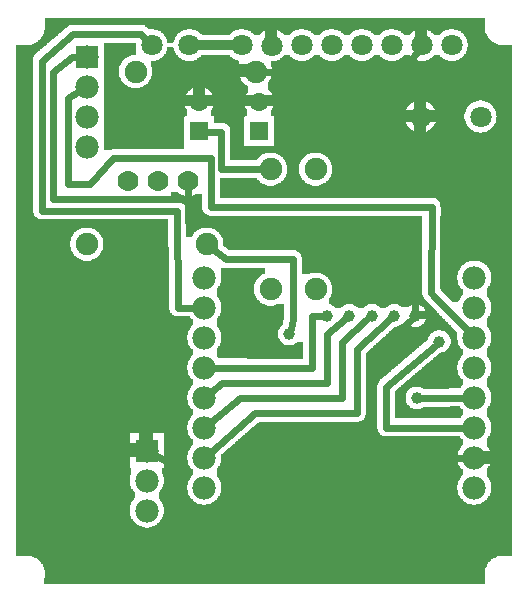
<source format=gbl>
G04 MADE WITH FRITZING*
G04 WWW.FRITZING.ORG*
G04 DOUBLE SIDED*
G04 HOLES PLATED*
G04 CONTOUR ON CENTER OF CONTOUR VECTOR*
%ASAXBY*%
%FSLAX23Y23*%
%MOIN*%
%OFA0B0*%
%SFA1.0B1.0*%
%ADD10C,0.075000*%
%ADD11C,0.039370*%
%ADD12C,0.062992*%
%ADD13C,0.077778*%
%ADD14C,0.070866*%
%ADD15C,0.069444*%
%ADD16C,0.078000*%
%ADD17R,0.062992X0.062992*%
%ADD18R,0.078000X0.078000*%
%ADD19C,0.024000*%
%ADD20C,0.032000*%
%LNCOPPER0*%
G90*
G70*
G54D10*
X383Y1197D03*
X770Y1037D03*
G54D11*
X1371Y935D03*
G54D12*
X650Y1550D03*
X650Y1648D03*
X850Y1550D03*
X850Y1648D03*
G54D11*
X1300Y936D03*
X1225Y936D03*
X1150Y936D03*
X1075Y936D03*
G54D13*
X667Y1062D03*
X667Y962D03*
X667Y862D03*
X667Y762D03*
X667Y662D03*
X667Y562D03*
X667Y462D03*
X667Y362D03*
X1567Y362D03*
X1567Y462D03*
X1567Y562D03*
X1567Y662D03*
X1567Y762D03*
X1567Y862D03*
X1567Y962D03*
X1567Y1062D03*
G54D14*
X617Y1837D03*
X492Y1837D03*
G54D15*
X413Y1386D03*
X513Y1386D03*
X613Y1386D03*
G54D16*
X275Y1798D03*
X275Y1698D03*
X275Y1598D03*
X275Y1498D03*
X475Y486D03*
X475Y386D03*
X475Y286D03*
G54D11*
X950Y873D03*
G54D14*
X1192Y1837D03*
X1392Y1837D03*
X1388Y1598D03*
X1292Y1837D03*
X1092Y1837D03*
X892Y1836D03*
X992Y1837D03*
X792Y1837D03*
X1588Y1598D03*
X1492Y1837D03*
G54D10*
X275Y1173D03*
X675Y1173D03*
X888Y1023D03*
X888Y1423D03*
X1038Y1023D03*
X1038Y1423D03*
X438Y1748D03*
X838Y1748D03*
G54D11*
X1375Y661D03*
X1450Y848D03*
G54D17*
X650Y1550D03*
X850Y1550D03*
G54D18*
X275Y1798D03*
X475Y486D03*
G54D19*
X613Y1323D02*
X163Y1324D01*
D02*
X163Y1749D02*
X225Y1799D01*
D02*
X225Y1799D02*
X245Y1799D01*
D02*
X163Y1324D02*
X163Y1749D01*
D02*
X1226Y461D02*
X1538Y462D01*
D02*
X1375Y1248D02*
X1371Y954D01*
D02*
X613Y1248D02*
X1375Y1248D01*
D02*
X613Y1323D02*
X613Y1248D01*
D02*
X1357Y922D02*
X1226Y799D01*
D02*
X1226Y799D02*
X1226Y461D01*
D02*
X613Y1360D02*
X613Y1323D01*
D02*
X575Y1286D02*
X580Y962D01*
D02*
X580Y962D02*
X638Y962D01*
D02*
X125Y1286D02*
X575Y1286D01*
D02*
X125Y1786D02*
X125Y1286D01*
D02*
X229Y1874D02*
X125Y1786D01*
D02*
X455Y1874D02*
X229Y1874D01*
D02*
X473Y1856D02*
X455Y1874D01*
D02*
X1424Y1010D02*
X1547Y883D01*
D02*
X1425Y1298D02*
X1424Y1010D01*
D02*
X363Y1460D02*
X688Y1461D01*
D02*
X287Y1373D02*
X363Y1460D01*
D02*
X212Y1374D02*
X287Y1373D01*
D02*
X212Y1661D02*
X212Y1374D01*
D02*
X249Y1683D02*
X212Y1661D01*
D02*
X688Y1299D02*
X1425Y1298D01*
D02*
X688Y1461D02*
X688Y1299D01*
D02*
X1025Y761D02*
X696Y762D01*
D02*
X1025Y936D02*
X1025Y761D01*
D02*
X1056Y936D02*
X1025Y936D01*
D02*
X787Y660D02*
X690Y580D01*
D02*
X1126Y661D02*
X787Y660D01*
D02*
X1211Y923D02*
X1126Y849D01*
D02*
X1126Y849D02*
X1126Y661D01*
D02*
X725Y711D02*
X689Y681D01*
D02*
X1075Y711D02*
X725Y711D01*
D02*
X1136Y924D02*
X1075Y873D01*
D02*
X1075Y873D02*
X1075Y711D01*
D02*
X837Y610D02*
X689Y481D01*
D02*
X1176Y610D02*
X837Y610D01*
D02*
X1176Y823D02*
X1176Y610D01*
D02*
X1286Y923D02*
X1176Y823D01*
G54D20*
D02*
X760Y1837D02*
X649Y1837D01*
G54D19*
D02*
X738Y1124D02*
X698Y1156D01*
D02*
X962Y1124D02*
X738Y1124D01*
D02*
X955Y892D02*
X963Y923D01*
D02*
X1226Y286D02*
X564Y287D01*
D02*
X1226Y461D02*
X1226Y286D01*
D02*
X564Y437D02*
X502Y471D01*
D02*
X564Y287D02*
X564Y437D01*
D02*
X724Y1548D02*
X724Y1424D01*
D02*
X724Y1424D02*
X859Y1424D01*
D02*
X677Y1549D02*
X724Y1548D01*
D02*
X1326Y1748D02*
X866Y1748D01*
D02*
X1376Y1815D02*
X1326Y1748D01*
D02*
X1274Y699D02*
X1274Y562D01*
D02*
X1436Y836D02*
X1274Y699D01*
D02*
X1274Y562D02*
X1538Y562D01*
D02*
X1394Y661D02*
X1538Y662D01*
D02*
X963Y923D02*
X962Y1124D01*
G36*
X136Y1929D02*
X136Y1905D01*
X462Y1905D01*
X462Y1903D01*
X468Y1903D01*
X468Y1901D01*
X470Y1901D01*
X470Y1899D01*
X474Y1899D01*
X474Y1897D01*
X476Y1897D01*
X476Y1895D01*
X478Y1895D01*
X478Y1893D01*
X480Y1893D01*
X480Y1891D01*
X1500Y1891D01*
X1500Y1889D01*
X1508Y1889D01*
X1508Y1887D01*
X1514Y1887D01*
X1514Y1885D01*
X1518Y1885D01*
X1518Y1883D01*
X1522Y1883D01*
X1522Y1881D01*
X1524Y1881D01*
X1524Y1879D01*
X1526Y1879D01*
X1526Y1877D01*
X1528Y1877D01*
X1528Y1875D01*
X1530Y1875D01*
X1530Y1873D01*
X1532Y1873D01*
X1532Y1871D01*
X1534Y1871D01*
X1534Y1869D01*
X1536Y1869D01*
X1536Y1865D01*
X1538Y1865D01*
X1538Y1863D01*
X1540Y1863D01*
X1540Y1859D01*
X1542Y1859D01*
X1542Y1853D01*
X1544Y1853D01*
X1544Y1843D01*
X1546Y1843D01*
X1546Y1837D01*
X1656Y1837D01*
X1656Y1839D01*
X1646Y1839D01*
X1646Y1841D01*
X1640Y1841D01*
X1640Y1843D01*
X1636Y1843D01*
X1636Y1845D01*
X1632Y1845D01*
X1632Y1847D01*
X1628Y1847D01*
X1628Y1849D01*
X1626Y1849D01*
X1626Y1851D01*
X1624Y1851D01*
X1624Y1853D01*
X1622Y1853D01*
X1622Y1855D01*
X1618Y1855D01*
X1618Y1859D01*
X1616Y1859D01*
X1616Y1861D01*
X1614Y1861D01*
X1614Y1863D01*
X1612Y1863D01*
X1612Y1867D01*
X1610Y1867D01*
X1610Y1869D01*
X1608Y1869D01*
X1608Y1873D01*
X1606Y1873D01*
X1606Y1879D01*
X1604Y1879D01*
X1604Y1885D01*
X1602Y1885D01*
X1602Y1929D01*
X136Y1929D01*
G37*
D02*
G36*
X136Y1905D02*
X136Y1887D01*
X134Y1887D01*
X134Y1879D01*
X132Y1879D01*
X132Y1873D01*
X130Y1873D01*
X130Y1869D01*
X128Y1869D01*
X128Y1867D01*
X126Y1867D01*
X126Y1863D01*
X124Y1863D01*
X124Y1861D01*
X122Y1861D01*
X122Y1859D01*
X120Y1859D01*
X120Y1857D01*
X118Y1857D01*
X118Y1855D01*
X116Y1855D01*
X116Y1853D01*
X114Y1853D01*
X114Y1851D01*
X112Y1851D01*
X112Y1849D01*
X110Y1849D01*
X110Y1847D01*
X106Y1847D01*
X106Y1845D01*
X102Y1845D01*
X102Y1843D01*
X98Y1843D01*
X98Y1841D01*
X92Y1841D01*
X92Y1839D01*
X82Y1839D01*
X82Y1837D01*
X140Y1837D01*
X140Y1839D01*
X142Y1839D01*
X142Y1841D01*
X144Y1841D01*
X144Y1843D01*
X146Y1843D01*
X146Y1845D01*
X148Y1845D01*
X148Y1849D01*
X154Y1849D01*
X154Y1851D01*
X156Y1851D01*
X156Y1853D01*
X158Y1853D01*
X158Y1855D01*
X160Y1855D01*
X160Y1857D01*
X164Y1857D01*
X164Y1859D01*
X166Y1859D01*
X166Y1861D01*
X168Y1861D01*
X168Y1863D01*
X170Y1863D01*
X170Y1865D01*
X172Y1865D01*
X172Y1867D01*
X174Y1867D01*
X174Y1869D01*
X178Y1869D01*
X178Y1871D01*
X180Y1871D01*
X180Y1873D01*
X182Y1873D01*
X182Y1875D01*
X184Y1875D01*
X184Y1877D01*
X186Y1877D01*
X186Y1879D01*
X190Y1879D01*
X190Y1881D01*
X192Y1881D01*
X192Y1883D01*
X194Y1883D01*
X194Y1885D01*
X196Y1885D01*
X196Y1887D01*
X198Y1887D01*
X198Y1889D01*
X200Y1889D01*
X200Y1891D01*
X204Y1891D01*
X204Y1893D01*
X206Y1893D01*
X206Y1895D01*
X208Y1895D01*
X208Y1897D01*
X210Y1897D01*
X210Y1899D01*
X214Y1899D01*
X214Y1901D01*
X216Y1901D01*
X216Y1903D01*
X222Y1903D01*
X222Y1905D01*
X136Y1905D01*
G37*
D02*
G36*
X500Y1891D02*
X500Y1889D01*
X508Y1889D01*
X508Y1887D01*
X514Y1887D01*
X514Y1885D01*
X518Y1885D01*
X518Y1883D01*
X522Y1883D01*
X522Y1881D01*
X524Y1881D01*
X524Y1879D01*
X526Y1879D01*
X526Y1877D01*
X528Y1877D01*
X528Y1875D01*
X530Y1875D01*
X530Y1873D01*
X532Y1873D01*
X532Y1871D01*
X534Y1871D01*
X534Y1869D01*
X536Y1869D01*
X536Y1865D01*
X538Y1865D01*
X538Y1863D01*
X540Y1863D01*
X540Y1859D01*
X542Y1859D01*
X542Y1853D01*
X544Y1853D01*
X544Y1843D01*
X564Y1843D01*
X564Y1849D01*
X566Y1849D01*
X566Y1855D01*
X568Y1855D01*
X568Y1861D01*
X570Y1861D01*
X570Y1863D01*
X572Y1863D01*
X572Y1867D01*
X574Y1867D01*
X574Y1869D01*
X576Y1869D01*
X576Y1873D01*
X578Y1873D01*
X578Y1875D01*
X580Y1875D01*
X580Y1877D01*
X582Y1877D01*
X582Y1879D01*
X586Y1879D01*
X586Y1881D01*
X588Y1881D01*
X588Y1883D01*
X592Y1883D01*
X592Y1885D01*
X596Y1885D01*
X596Y1887D01*
X600Y1887D01*
X600Y1889D01*
X608Y1889D01*
X608Y1891D01*
X500Y1891D01*
G37*
D02*
G36*
X626Y1891D02*
X626Y1889D01*
X634Y1889D01*
X634Y1887D01*
X640Y1887D01*
X640Y1885D01*
X642Y1885D01*
X642Y1883D01*
X646Y1883D01*
X646Y1881D01*
X648Y1881D01*
X648Y1879D01*
X652Y1879D01*
X652Y1877D01*
X654Y1877D01*
X654Y1875D01*
X656Y1875D01*
X656Y1873D01*
X658Y1873D01*
X658Y1871D01*
X752Y1871D01*
X752Y1873D01*
X754Y1873D01*
X754Y1875D01*
X756Y1875D01*
X756Y1877D01*
X758Y1877D01*
X758Y1879D01*
X760Y1879D01*
X760Y1881D01*
X764Y1881D01*
X764Y1883D01*
X766Y1883D01*
X766Y1885D01*
X770Y1885D01*
X770Y1887D01*
X776Y1887D01*
X776Y1889D01*
X784Y1889D01*
X784Y1891D01*
X626Y1891D01*
G37*
D02*
G36*
X800Y1891D02*
X800Y1889D01*
X904Y1889D01*
X904Y1887D01*
X912Y1887D01*
X912Y1885D01*
X916Y1885D01*
X916Y1883D01*
X918Y1883D01*
X918Y1881D01*
X922Y1881D01*
X922Y1879D01*
X924Y1879D01*
X924Y1877D01*
X928Y1877D01*
X928Y1875D01*
X930Y1875D01*
X930Y1873D01*
X932Y1873D01*
X932Y1871D01*
X952Y1871D01*
X952Y1873D01*
X954Y1873D01*
X954Y1875D01*
X956Y1875D01*
X956Y1877D01*
X958Y1877D01*
X958Y1879D01*
X960Y1879D01*
X960Y1881D01*
X964Y1881D01*
X964Y1883D01*
X966Y1883D01*
X966Y1885D01*
X970Y1885D01*
X970Y1887D01*
X976Y1887D01*
X976Y1889D01*
X984Y1889D01*
X984Y1891D01*
X800Y1891D01*
G37*
D02*
G36*
X1000Y1891D02*
X1000Y1889D01*
X1008Y1889D01*
X1008Y1887D01*
X1014Y1887D01*
X1014Y1885D01*
X1018Y1885D01*
X1018Y1883D01*
X1022Y1883D01*
X1022Y1881D01*
X1024Y1881D01*
X1024Y1879D01*
X1026Y1879D01*
X1026Y1877D01*
X1028Y1877D01*
X1028Y1875D01*
X1030Y1875D01*
X1030Y1873D01*
X1032Y1873D01*
X1032Y1871D01*
X1052Y1871D01*
X1052Y1873D01*
X1054Y1873D01*
X1054Y1875D01*
X1056Y1875D01*
X1056Y1877D01*
X1058Y1877D01*
X1058Y1879D01*
X1060Y1879D01*
X1060Y1881D01*
X1064Y1881D01*
X1064Y1883D01*
X1066Y1883D01*
X1066Y1885D01*
X1070Y1885D01*
X1070Y1887D01*
X1076Y1887D01*
X1076Y1889D01*
X1084Y1889D01*
X1084Y1891D01*
X1000Y1891D01*
G37*
D02*
G36*
X1100Y1891D02*
X1100Y1889D01*
X1108Y1889D01*
X1108Y1887D01*
X1114Y1887D01*
X1114Y1885D01*
X1118Y1885D01*
X1118Y1883D01*
X1122Y1883D01*
X1122Y1881D01*
X1124Y1881D01*
X1124Y1879D01*
X1126Y1879D01*
X1126Y1877D01*
X1128Y1877D01*
X1128Y1875D01*
X1130Y1875D01*
X1130Y1873D01*
X1132Y1873D01*
X1132Y1871D01*
X1152Y1871D01*
X1152Y1873D01*
X1154Y1873D01*
X1154Y1875D01*
X1156Y1875D01*
X1156Y1877D01*
X1158Y1877D01*
X1158Y1879D01*
X1160Y1879D01*
X1160Y1881D01*
X1164Y1881D01*
X1164Y1883D01*
X1166Y1883D01*
X1166Y1885D01*
X1170Y1885D01*
X1170Y1887D01*
X1176Y1887D01*
X1176Y1889D01*
X1184Y1889D01*
X1184Y1891D01*
X1100Y1891D01*
G37*
D02*
G36*
X1200Y1891D02*
X1200Y1889D01*
X1208Y1889D01*
X1208Y1887D01*
X1214Y1887D01*
X1214Y1885D01*
X1218Y1885D01*
X1218Y1883D01*
X1222Y1883D01*
X1222Y1881D01*
X1224Y1881D01*
X1224Y1879D01*
X1226Y1879D01*
X1226Y1877D01*
X1228Y1877D01*
X1228Y1875D01*
X1230Y1875D01*
X1230Y1873D01*
X1232Y1873D01*
X1232Y1871D01*
X1252Y1871D01*
X1252Y1873D01*
X1254Y1873D01*
X1254Y1875D01*
X1256Y1875D01*
X1256Y1877D01*
X1258Y1877D01*
X1258Y1879D01*
X1260Y1879D01*
X1260Y1881D01*
X1264Y1881D01*
X1264Y1883D01*
X1266Y1883D01*
X1266Y1885D01*
X1270Y1885D01*
X1270Y1887D01*
X1276Y1887D01*
X1276Y1889D01*
X1284Y1889D01*
X1284Y1891D01*
X1200Y1891D01*
G37*
D02*
G36*
X1300Y1891D02*
X1300Y1889D01*
X1308Y1889D01*
X1308Y1887D01*
X1314Y1887D01*
X1314Y1885D01*
X1318Y1885D01*
X1318Y1883D01*
X1322Y1883D01*
X1322Y1881D01*
X1324Y1881D01*
X1324Y1879D01*
X1326Y1879D01*
X1326Y1877D01*
X1328Y1877D01*
X1328Y1875D01*
X1330Y1875D01*
X1330Y1873D01*
X1332Y1873D01*
X1332Y1871D01*
X1352Y1871D01*
X1352Y1873D01*
X1354Y1873D01*
X1354Y1875D01*
X1356Y1875D01*
X1356Y1877D01*
X1358Y1877D01*
X1358Y1879D01*
X1360Y1879D01*
X1360Y1881D01*
X1364Y1881D01*
X1364Y1883D01*
X1366Y1883D01*
X1366Y1885D01*
X1370Y1885D01*
X1370Y1887D01*
X1376Y1887D01*
X1376Y1889D01*
X1384Y1889D01*
X1384Y1891D01*
X1300Y1891D01*
G37*
D02*
G36*
X1400Y1891D02*
X1400Y1889D01*
X1408Y1889D01*
X1408Y1887D01*
X1414Y1887D01*
X1414Y1885D01*
X1418Y1885D01*
X1418Y1883D01*
X1422Y1883D01*
X1422Y1881D01*
X1424Y1881D01*
X1424Y1879D01*
X1426Y1879D01*
X1426Y1877D01*
X1428Y1877D01*
X1428Y1875D01*
X1430Y1875D01*
X1430Y1873D01*
X1432Y1873D01*
X1432Y1871D01*
X1452Y1871D01*
X1452Y1873D01*
X1454Y1873D01*
X1454Y1875D01*
X1456Y1875D01*
X1456Y1877D01*
X1458Y1877D01*
X1458Y1879D01*
X1460Y1879D01*
X1460Y1881D01*
X1464Y1881D01*
X1464Y1883D01*
X1466Y1883D01*
X1466Y1885D01*
X1470Y1885D01*
X1470Y1887D01*
X1476Y1887D01*
X1476Y1889D01*
X1484Y1889D01*
X1484Y1891D01*
X1400Y1891D01*
G37*
D02*
G36*
X808Y1889D02*
X808Y1887D01*
X814Y1887D01*
X814Y1885D01*
X818Y1885D01*
X818Y1883D01*
X822Y1883D01*
X822Y1881D01*
X824Y1881D01*
X824Y1879D01*
X826Y1879D01*
X826Y1877D01*
X828Y1877D01*
X828Y1875D01*
X830Y1875D01*
X830Y1873D01*
X832Y1873D01*
X832Y1871D01*
X852Y1871D01*
X852Y1873D01*
X854Y1873D01*
X854Y1875D01*
X856Y1875D01*
X856Y1877D01*
X858Y1877D01*
X858Y1879D01*
X860Y1879D01*
X860Y1881D01*
X864Y1881D01*
X864Y1883D01*
X868Y1883D01*
X868Y1885D01*
X872Y1885D01*
X872Y1887D01*
X878Y1887D01*
X878Y1889D01*
X808Y1889D01*
G37*
D02*
G36*
X334Y1845D02*
X334Y1693D01*
X432Y1693D01*
X432Y1695D01*
X422Y1695D01*
X422Y1697D01*
X416Y1697D01*
X416Y1699D01*
X412Y1699D01*
X412Y1701D01*
X408Y1701D01*
X408Y1703D01*
X406Y1703D01*
X406Y1705D01*
X404Y1705D01*
X404Y1707D01*
X400Y1707D01*
X400Y1709D01*
X398Y1709D01*
X398Y1711D01*
X396Y1711D01*
X396Y1713D01*
X394Y1713D01*
X394Y1717D01*
X392Y1717D01*
X392Y1719D01*
X390Y1719D01*
X390Y1723D01*
X388Y1723D01*
X388Y1727D01*
X386Y1727D01*
X386Y1731D01*
X384Y1731D01*
X384Y1741D01*
X382Y1741D01*
X382Y1757D01*
X384Y1757D01*
X384Y1767D01*
X386Y1767D01*
X386Y1771D01*
X388Y1771D01*
X388Y1775D01*
X390Y1775D01*
X390Y1779D01*
X392Y1779D01*
X392Y1781D01*
X394Y1781D01*
X394Y1783D01*
X396Y1783D01*
X396Y1787D01*
X398Y1787D01*
X398Y1789D01*
X400Y1789D01*
X400Y1791D01*
X404Y1791D01*
X404Y1793D01*
X406Y1793D01*
X406Y1795D01*
X408Y1795D01*
X408Y1797D01*
X412Y1797D01*
X412Y1799D01*
X416Y1799D01*
X416Y1801D01*
X422Y1801D01*
X422Y1803D01*
X432Y1803D01*
X432Y1805D01*
X440Y1805D01*
X440Y1833D01*
X438Y1833D01*
X438Y1845D01*
X334Y1845D01*
G37*
D02*
G36*
X40Y1839D02*
X40Y1837D01*
X70Y1837D01*
X70Y1839D01*
X40Y1839D01*
G37*
D02*
G36*
X1668Y1839D02*
X1668Y1837D01*
X1692Y1837D01*
X1692Y1839D01*
X1668Y1839D01*
G37*
D02*
G36*
X40Y1837D02*
X40Y1835D01*
X138Y1835D01*
X138Y1837D01*
X40Y1837D01*
G37*
D02*
G36*
X40Y1837D02*
X40Y1835D01*
X138Y1835D01*
X138Y1837D01*
X40Y1837D01*
G37*
D02*
G36*
X1546Y1837D02*
X1546Y1835D01*
X1692Y1835D01*
X1692Y1837D01*
X1546Y1837D01*
G37*
D02*
G36*
X1546Y1837D02*
X1546Y1835D01*
X1692Y1835D01*
X1692Y1837D01*
X1546Y1837D01*
G37*
D02*
G36*
X40Y1835D02*
X40Y1229D01*
X288Y1229D01*
X288Y1227D01*
X294Y1227D01*
X294Y1225D01*
X298Y1225D01*
X298Y1223D01*
X302Y1223D01*
X302Y1221D01*
X306Y1221D01*
X306Y1219D01*
X308Y1219D01*
X308Y1217D01*
X310Y1217D01*
X310Y1215D01*
X314Y1215D01*
X314Y1213D01*
X316Y1213D01*
X316Y1209D01*
X318Y1209D01*
X318Y1207D01*
X320Y1207D01*
X320Y1205D01*
X322Y1205D01*
X322Y1201D01*
X324Y1201D01*
X324Y1197D01*
X326Y1197D01*
X326Y1193D01*
X328Y1193D01*
X328Y1187D01*
X330Y1187D01*
X330Y1161D01*
X328Y1161D01*
X328Y1155D01*
X326Y1155D01*
X326Y1151D01*
X324Y1151D01*
X324Y1147D01*
X322Y1147D01*
X322Y1143D01*
X320Y1143D01*
X320Y1141D01*
X318Y1141D01*
X318Y1137D01*
X316Y1137D01*
X316Y1135D01*
X314Y1135D01*
X314Y1133D01*
X312Y1133D01*
X312Y1131D01*
X308Y1131D01*
X308Y1129D01*
X306Y1129D01*
X306Y1127D01*
X302Y1127D01*
X302Y1125D01*
X298Y1125D01*
X298Y1123D01*
X294Y1123D01*
X294Y1121D01*
X288Y1121D01*
X288Y1119D01*
X548Y1119D01*
X548Y1163D01*
X546Y1163D01*
X546Y1257D01*
X116Y1257D01*
X116Y1259D01*
X112Y1259D01*
X112Y1261D01*
X108Y1261D01*
X108Y1263D01*
X106Y1263D01*
X106Y1265D01*
X104Y1265D01*
X104Y1267D01*
X102Y1267D01*
X102Y1269D01*
X100Y1269D01*
X100Y1271D01*
X98Y1271D01*
X98Y1277D01*
X96Y1277D01*
X96Y1797D01*
X98Y1797D01*
X98Y1801D01*
X100Y1801D01*
X100Y1803D01*
X102Y1803D01*
X102Y1807D01*
X104Y1807D01*
X104Y1809D01*
X106Y1809D01*
X106Y1811D01*
X110Y1811D01*
X110Y1813D01*
X112Y1813D01*
X112Y1815D01*
X114Y1815D01*
X114Y1817D01*
X116Y1817D01*
X116Y1819D01*
X118Y1819D01*
X118Y1821D01*
X120Y1821D01*
X120Y1823D01*
X124Y1823D01*
X124Y1825D01*
X126Y1825D01*
X126Y1827D01*
X128Y1827D01*
X128Y1829D01*
X130Y1829D01*
X130Y1831D01*
X132Y1831D01*
X132Y1833D01*
X134Y1833D01*
X134Y1835D01*
X40Y1835D01*
G37*
D02*
G36*
X1546Y1835D02*
X1546Y1831D01*
X1544Y1831D01*
X1544Y1821D01*
X1542Y1821D01*
X1542Y1817D01*
X1540Y1817D01*
X1540Y1813D01*
X1538Y1813D01*
X1538Y1809D01*
X1536Y1809D01*
X1536Y1807D01*
X1534Y1807D01*
X1534Y1803D01*
X1532Y1803D01*
X1532Y1801D01*
X1530Y1801D01*
X1530Y1799D01*
X1528Y1799D01*
X1528Y1797D01*
X1526Y1797D01*
X1526Y1795D01*
X1522Y1795D01*
X1522Y1793D01*
X1520Y1793D01*
X1520Y1791D01*
X1516Y1791D01*
X1516Y1789D01*
X1512Y1789D01*
X1512Y1787D01*
X1506Y1787D01*
X1506Y1785D01*
X1692Y1785D01*
X1692Y1835D01*
X1546Y1835D01*
G37*
D02*
G36*
X544Y1831D02*
X544Y1821D01*
X542Y1821D01*
X542Y1817D01*
X540Y1817D01*
X540Y1813D01*
X538Y1813D01*
X538Y1809D01*
X536Y1809D01*
X536Y1807D01*
X534Y1807D01*
X534Y1803D01*
X532Y1803D01*
X532Y1801D01*
X530Y1801D01*
X530Y1799D01*
X528Y1799D01*
X528Y1797D01*
X526Y1797D01*
X526Y1795D01*
X522Y1795D01*
X522Y1793D01*
X520Y1793D01*
X520Y1791D01*
X516Y1791D01*
X516Y1789D01*
X512Y1789D01*
X512Y1787D01*
X506Y1787D01*
X506Y1785D01*
X490Y1785D01*
X490Y1783D01*
X616Y1783D01*
X616Y1785D01*
X604Y1785D01*
X604Y1787D01*
X596Y1787D01*
X596Y1789D01*
X592Y1789D01*
X592Y1791D01*
X590Y1791D01*
X590Y1793D01*
X586Y1793D01*
X586Y1795D01*
X584Y1795D01*
X584Y1797D01*
X582Y1797D01*
X582Y1799D01*
X578Y1799D01*
X578Y1803D01*
X576Y1803D01*
X576Y1805D01*
X574Y1805D01*
X574Y1807D01*
X572Y1807D01*
X572Y1811D01*
X570Y1811D01*
X570Y1815D01*
X568Y1815D01*
X568Y1819D01*
X566Y1819D01*
X566Y1827D01*
X564Y1827D01*
X564Y1831D01*
X544Y1831D01*
G37*
D02*
G36*
X656Y1803D02*
X656Y1799D01*
X652Y1799D01*
X652Y1797D01*
X650Y1797D01*
X650Y1795D01*
X648Y1795D01*
X648Y1793D01*
X644Y1793D01*
X644Y1791D01*
X642Y1791D01*
X642Y1789D01*
X638Y1789D01*
X638Y1787D01*
X632Y1787D01*
X632Y1785D01*
X618Y1785D01*
X618Y1783D01*
X784Y1783D01*
X784Y1785D01*
X778Y1785D01*
X778Y1787D01*
X772Y1787D01*
X772Y1789D01*
X768Y1789D01*
X768Y1791D01*
X764Y1791D01*
X764Y1793D01*
X762Y1793D01*
X762Y1795D01*
X758Y1795D01*
X758Y1797D01*
X756Y1797D01*
X756Y1799D01*
X754Y1799D01*
X754Y1801D01*
X752Y1801D01*
X752Y1803D01*
X656Y1803D01*
G37*
D02*
G36*
X932Y1803D02*
X932Y1801D01*
X930Y1801D01*
X930Y1799D01*
X928Y1799D01*
X928Y1797D01*
X926Y1797D01*
X926Y1795D01*
X924Y1795D01*
X924Y1793D01*
X920Y1793D01*
X920Y1791D01*
X918Y1791D01*
X918Y1789D01*
X914Y1789D01*
X914Y1787D01*
X908Y1787D01*
X908Y1785D01*
X978Y1785D01*
X978Y1787D01*
X972Y1787D01*
X972Y1789D01*
X968Y1789D01*
X968Y1791D01*
X964Y1791D01*
X964Y1793D01*
X962Y1793D01*
X962Y1795D01*
X958Y1795D01*
X958Y1797D01*
X956Y1797D01*
X956Y1799D01*
X954Y1799D01*
X954Y1801D01*
X952Y1801D01*
X952Y1803D01*
X932Y1803D01*
G37*
D02*
G36*
X1032Y1803D02*
X1032Y1801D01*
X1030Y1801D01*
X1030Y1799D01*
X1028Y1799D01*
X1028Y1797D01*
X1026Y1797D01*
X1026Y1795D01*
X1022Y1795D01*
X1022Y1793D01*
X1020Y1793D01*
X1020Y1791D01*
X1016Y1791D01*
X1016Y1789D01*
X1012Y1789D01*
X1012Y1787D01*
X1006Y1787D01*
X1006Y1785D01*
X1078Y1785D01*
X1078Y1787D01*
X1072Y1787D01*
X1072Y1789D01*
X1068Y1789D01*
X1068Y1791D01*
X1064Y1791D01*
X1064Y1793D01*
X1062Y1793D01*
X1062Y1795D01*
X1058Y1795D01*
X1058Y1797D01*
X1056Y1797D01*
X1056Y1799D01*
X1054Y1799D01*
X1054Y1801D01*
X1052Y1801D01*
X1052Y1803D01*
X1032Y1803D01*
G37*
D02*
G36*
X1132Y1803D02*
X1132Y1801D01*
X1130Y1801D01*
X1130Y1799D01*
X1128Y1799D01*
X1128Y1797D01*
X1126Y1797D01*
X1126Y1795D01*
X1122Y1795D01*
X1122Y1793D01*
X1120Y1793D01*
X1120Y1791D01*
X1116Y1791D01*
X1116Y1789D01*
X1112Y1789D01*
X1112Y1787D01*
X1106Y1787D01*
X1106Y1785D01*
X1178Y1785D01*
X1178Y1787D01*
X1172Y1787D01*
X1172Y1789D01*
X1168Y1789D01*
X1168Y1791D01*
X1164Y1791D01*
X1164Y1793D01*
X1162Y1793D01*
X1162Y1795D01*
X1158Y1795D01*
X1158Y1797D01*
X1156Y1797D01*
X1156Y1799D01*
X1154Y1799D01*
X1154Y1801D01*
X1152Y1801D01*
X1152Y1803D01*
X1132Y1803D01*
G37*
D02*
G36*
X1232Y1803D02*
X1232Y1801D01*
X1230Y1801D01*
X1230Y1799D01*
X1228Y1799D01*
X1228Y1797D01*
X1226Y1797D01*
X1226Y1795D01*
X1222Y1795D01*
X1222Y1793D01*
X1220Y1793D01*
X1220Y1791D01*
X1216Y1791D01*
X1216Y1789D01*
X1212Y1789D01*
X1212Y1787D01*
X1206Y1787D01*
X1206Y1785D01*
X1278Y1785D01*
X1278Y1787D01*
X1272Y1787D01*
X1272Y1789D01*
X1268Y1789D01*
X1268Y1791D01*
X1264Y1791D01*
X1264Y1793D01*
X1262Y1793D01*
X1262Y1795D01*
X1258Y1795D01*
X1258Y1797D01*
X1256Y1797D01*
X1256Y1799D01*
X1254Y1799D01*
X1254Y1801D01*
X1252Y1801D01*
X1252Y1803D01*
X1232Y1803D01*
G37*
D02*
G36*
X1332Y1803D02*
X1332Y1801D01*
X1330Y1801D01*
X1330Y1799D01*
X1328Y1799D01*
X1328Y1797D01*
X1326Y1797D01*
X1326Y1795D01*
X1322Y1795D01*
X1322Y1793D01*
X1320Y1793D01*
X1320Y1791D01*
X1316Y1791D01*
X1316Y1789D01*
X1312Y1789D01*
X1312Y1787D01*
X1306Y1787D01*
X1306Y1785D01*
X1378Y1785D01*
X1378Y1787D01*
X1372Y1787D01*
X1372Y1789D01*
X1368Y1789D01*
X1368Y1791D01*
X1364Y1791D01*
X1364Y1793D01*
X1362Y1793D01*
X1362Y1795D01*
X1358Y1795D01*
X1358Y1797D01*
X1356Y1797D01*
X1356Y1799D01*
X1354Y1799D01*
X1354Y1801D01*
X1352Y1801D01*
X1352Y1803D01*
X1332Y1803D01*
G37*
D02*
G36*
X1432Y1803D02*
X1432Y1801D01*
X1430Y1801D01*
X1430Y1799D01*
X1428Y1799D01*
X1428Y1797D01*
X1426Y1797D01*
X1426Y1795D01*
X1422Y1795D01*
X1422Y1793D01*
X1420Y1793D01*
X1420Y1791D01*
X1416Y1791D01*
X1416Y1789D01*
X1412Y1789D01*
X1412Y1787D01*
X1406Y1787D01*
X1406Y1785D01*
X1478Y1785D01*
X1478Y1787D01*
X1472Y1787D01*
X1472Y1789D01*
X1468Y1789D01*
X1468Y1791D01*
X1464Y1791D01*
X1464Y1793D01*
X1462Y1793D01*
X1462Y1795D01*
X1458Y1795D01*
X1458Y1797D01*
X1456Y1797D01*
X1456Y1799D01*
X1454Y1799D01*
X1454Y1801D01*
X1452Y1801D01*
X1452Y1803D01*
X1432Y1803D01*
G37*
D02*
G36*
X900Y1785D02*
X900Y1783D01*
X1692Y1783D01*
X1692Y1785D01*
X900Y1785D01*
G37*
D02*
G36*
X900Y1785D02*
X900Y1783D01*
X1692Y1783D01*
X1692Y1785D01*
X900Y1785D01*
G37*
D02*
G36*
X900Y1785D02*
X900Y1783D01*
X1692Y1783D01*
X1692Y1785D01*
X900Y1785D01*
G37*
D02*
G36*
X900Y1785D02*
X900Y1783D01*
X1692Y1783D01*
X1692Y1785D01*
X900Y1785D01*
G37*
D02*
G36*
X900Y1785D02*
X900Y1783D01*
X1692Y1783D01*
X1692Y1785D01*
X900Y1785D01*
G37*
D02*
G36*
X900Y1785D02*
X900Y1783D01*
X1692Y1783D01*
X1692Y1785D01*
X900Y1785D01*
G37*
D02*
G36*
X900Y1785D02*
X900Y1783D01*
X1692Y1783D01*
X1692Y1785D01*
X900Y1785D01*
G37*
D02*
G36*
X490Y1783D02*
X490Y1781D01*
X784Y1781D01*
X784Y1783D01*
X490Y1783D01*
G37*
D02*
G36*
X490Y1783D02*
X490Y1781D01*
X784Y1781D01*
X784Y1783D01*
X490Y1783D01*
G37*
D02*
G36*
X890Y1783D02*
X890Y1763D01*
X892Y1763D01*
X892Y1751D01*
X894Y1751D01*
X894Y1747D01*
X892Y1747D01*
X892Y1735D01*
X890Y1735D01*
X890Y1727D01*
X888Y1727D01*
X888Y1725D01*
X886Y1725D01*
X886Y1721D01*
X884Y1721D01*
X884Y1717D01*
X882Y1717D01*
X882Y1715D01*
X880Y1715D01*
X880Y1713D01*
X878Y1713D01*
X878Y1689D01*
X880Y1689D01*
X880Y1687D01*
X882Y1687D01*
X882Y1685D01*
X886Y1685D01*
X886Y1681D01*
X888Y1681D01*
X888Y1679D01*
X890Y1679D01*
X890Y1677D01*
X892Y1677D01*
X892Y1673D01*
X894Y1673D01*
X894Y1669D01*
X896Y1669D01*
X896Y1665D01*
X898Y1665D01*
X898Y1655D01*
X900Y1655D01*
X900Y1653D01*
X1594Y1653D01*
X1594Y1651D01*
X1604Y1651D01*
X1604Y1649D01*
X1608Y1649D01*
X1608Y1647D01*
X1612Y1647D01*
X1612Y1645D01*
X1616Y1645D01*
X1616Y1643D01*
X1618Y1643D01*
X1618Y1641D01*
X1622Y1641D01*
X1622Y1639D01*
X1624Y1639D01*
X1624Y1637D01*
X1626Y1637D01*
X1626Y1635D01*
X1628Y1635D01*
X1628Y1633D01*
X1630Y1633D01*
X1630Y1629D01*
X1632Y1629D01*
X1632Y1627D01*
X1634Y1627D01*
X1634Y1623D01*
X1636Y1623D01*
X1636Y1619D01*
X1638Y1619D01*
X1638Y1613D01*
X1640Y1613D01*
X1640Y1601D01*
X1642Y1601D01*
X1642Y1597D01*
X1640Y1597D01*
X1640Y1585D01*
X1638Y1585D01*
X1638Y1579D01*
X1636Y1579D01*
X1636Y1575D01*
X1634Y1575D01*
X1634Y1571D01*
X1632Y1571D01*
X1632Y1569D01*
X1630Y1569D01*
X1630Y1565D01*
X1628Y1565D01*
X1628Y1563D01*
X1626Y1563D01*
X1626Y1561D01*
X1624Y1561D01*
X1624Y1559D01*
X1622Y1559D01*
X1622Y1557D01*
X1620Y1557D01*
X1620Y1555D01*
X1616Y1555D01*
X1616Y1553D01*
X1612Y1553D01*
X1612Y1551D01*
X1608Y1551D01*
X1608Y1549D01*
X1604Y1549D01*
X1604Y1547D01*
X1594Y1547D01*
X1594Y1545D01*
X1692Y1545D01*
X1692Y1783D01*
X890Y1783D01*
G37*
D02*
G36*
X490Y1781D02*
X490Y1763D01*
X492Y1763D01*
X492Y1751D01*
X494Y1751D01*
X494Y1747D01*
X492Y1747D01*
X492Y1735D01*
X490Y1735D01*
X490Y1727D01*
X488Y1727D01*
X488Y1725D01*
X486Y1725D01*
X486Y1721D01*
X484Y1721D01*
X484Y1717D01*
X482Y1717D01*
X482Y1715D01*
X480Y1715D01*
X480Y1713D01*
X478Y1713D01*
X478Y1709D01*
X474Y1709D01*
X474Y1707D01*
X472Y1707D01*
X472Y1705D01*
X470Y1705D01*
X470Y1703D01*
X466Y1703D01*
X466Y1701D01*
X464Y1701D01*
X464Y1699D01*
X656Y1699D01*
X656Y1697D01*
X664Y1697D01*
X664Y1695D01*
X670Y1695D01*
X670Y1693D01*
X674Y1693D01*
X674Y1691D01*
X678Y1691D01*
X678Y1689D01*
X680Y1689D01*
X680Y1687D01*
X682Y1687D01*
X682Y1685D01*
X686Y1685D01*
X686Y1681D01*
X688Y1681D01*
X688Y1679D01*
X690Y1679D01*
X690Y1677D01*
X692Y1677D01*
X692Y1673D01*
X694Y1673D01*
X694Y1669D01*
X696Y1669D01*
X696Y1665D01*
X698Y1665D01*
X698Y1655D01*
X700Y1655D01*
X700Y1643D01*
X698Y1643D01*
X698Y1633D01*
X696Y1633D01*
X696Y1629D01*
X694Y1629D01*
X694Y1625D01*
X692Y1625D01*
X692Y1621D01*
X690Y1621D01*
X690Y1601D01*
X698Y1601D01*
X698Y1599D01*
X700Y1599D01*
X700Y1579D01*
X730Y1579D01*
X730Y1577D01*
X736Y1577D01*
X736Y1575D01*
X740Y1575D01*
X740Y1573D01*
X744Y1573D01*
X744Y1571D01*
X746Y1571D01*
X746Y1569D01*
X748Y1569D01*
X748Y1565D01*
X750Y1565D01*
X750Y1563D01*
X752Y1563D01*
X752Y1557D01*
X754Y1557D01*
X754Y1501D01*
X800Y1501D01*
X800Y1599D01*
X802Y1599D01*
X802Y1601D01*
X810Y1601D01*
X810Y1621D01*
X808Y1621D01*
X808Y1625D01*
X806Y1625D01*
X806Y1629D01*
X804Y1629D01*
X804Y1635D01*
X802Y1635D01*
X802Y1645D01*
X800Y1645D01*
X800Y1653D01*
X802Y1653D01*
X802Y1663D01*
X804Y1663D01*
X804Y1669D01*
X806Y1669D01*
X806Y1673D01*
X808Y1673D01*
X808Y1677D01*
X810Y1677D01*
X810Y1679D01*
X812Y1679D01*
X812Y1701D01*
X808Y1701D01*
X808Y1703D01*
X806Y1703D01*
X806Y1705D01*
X804Y1705D01*
X804Y1707D01*
X800Y1707D01*
X800Y1709D01*
X798Y1709D01*
X798Y1711D01*
X796Y1711D01*
X796Y1713D01*
X794Y1713D01*
X794Y1717D01*
X792Y1717D01*
X792Y1719D01*
X790Y1719D01*
X790Y1723D01*
X788Y1723D01*
X788Y1727D01*
X786Y1727D01*
X786Y1731D01*
X784Y1731D01*
X784Y1741D01*
X782Y1741D01*
X782Y1757D01*
X784Y1757D01*
X784Y1781D01*
X490Y1781D01*
G37*
D02*
G36*
X460Y1699D02*
X460Y1697D01*
X454Y1697D01*
X454Y1695D01*
X444Y1695D01*
X444Y1693D01*
X630Y1693D01*
X630Y1695D01*
X636Y1695D01*
X636Y1697D01*
X644Y1697D01*
X644Y1699D01*
X460Y1699D01*
G37*
D02*
G36*
X334Y1693D02*
X334Y1691D01*
X626Y1691D01*
X626Y1693D01*
X334Y1693D01*
G37*
D02*
G36*
X334Y1693D02*
X334Y1691D01*
X626Y1691D01*
X626Y1693D01*
X334Y1693D01*
G37*
D02*
G36*
X334Y1691D02*
X334Y1489D01*
X358Y1489D01*
X358Y1491D01*
X600Y1491D01*
X600Y1599D01*
X602Y1599D01*
X602Y1601D01*
X610Y1601D01*
X610Y1621D01*
X608Y1621D01*
X608Y1625D01*
X606Y1625D01*
X606Y1629D01*
X604Y1629D01*
X604Y1635D01*
X602Y1635D01*
X602Y1645D01*
X600Y1645D01*
X600Y1653D01*
X602Y1653D01*
X602Y1663D01*
X604Y1663D01*
X604Y1669D01*
X606Y1669D01*
X606Y1673D01*
X608Y1673D01*
X608Y1677D01*
X610Y1677D01*
X610Y1679D01*
X612Y1679D01*
X612Y1681D01*
X614Y1681D01*
X614Y1683D01*
X616Y1683D01*
X616Y1685D01*
X618Y1685D01*
X618Y1687D01*
X620Y1687D01*
X620Y1689D01*
X622Y1689D01*
X622Y1691D01*
X334Y1691D01*
G37*
D02*
G36*
X900Y1653D02*
X900Y1643D01*
X898Y1643D01*
X898Y1633D01*
X896Y1633D01*
X896Y1629D01*
X894Y1629D01*
X894Y1625D01*
X892Y1625D01*
X892Y1621D01*
X890Y1621D01*
X890Y1601D01*
X898Y1601D01*
X898Y1599D01*
X900Y1599D01*
X900Y1545D01*
X1382Y1545D01*
X1382Y1547D01*
X1372Y1547D01*
X1372Y1549D01*
X1366Y1549D01*
X1366Y1551D01*
X1362Y1551D01*
X1362Y1553D01*
X1360Y1553D01*
X1360Y1555D01*
X1356Y1555D01*
X1356Y1557D01*
X1354Y1557D01*
X1354Y1559D01*
X1352Y1559D01*
X1352Y1561D01*
X1350Y1561D01*
X1350Y1563D01*
X1348Y1563D01*
X1348Y1565D01*
X1346Y1565D01*
X1346Y1567D01*
X1344Y1567D01*
X1344Y1569D01*
X1342Y1569D01*
X1342Y1573D01*
X1340Y1573D01*
X1340Y1577D01*
X1338Y1577D01*
X1338Y1583D01*
X1336Y1583D01*
X1336Y1591D01*
X1334Y1591D01*
X1334Y1607D01*
X1336Y1607D01*
X1336Y1615D01*
X1338Y1615D01*
X1338Y1621D01*
X1340Y1621D01*
X1340Y1625D01*
X1342Y1625D01*
X1342Y1627D01*
X1344Y1627D01*
X1344Y1631D01*
X1346Y1631D01*
X1346Y1633D01*
X1348Y1633D01*
X1348Y1635D01*
X1350Y1635D01*
X1350Y1637D01*
X1352Y1637D01*
X1352Y1639D01*
X1354Y1639D01*
X1354Y1641D01*
X1356Y1641D01*
X1356Y1643D01*
X1360Y1643D01*
X1360Y1645D01*
X1362Y1645D01*
X1362Y1647D01*
X1366Y1647D01*
X1366Y1649D01*
X1372Y1649D01*
X1372Y1651D01*
X1382Y1651D01*
X1382Y1653D01*
X900Y1653D01*
G37*
D02*
G36*
X1394Y1653D02*
X1394Y1651D01*
X1404Y1651D01*
X1404Y1649D01*
X1408Y1649D01*
X1408Y1647D01*
X1412Y1647D01*
X1412Y1645D01*
X1416Y1645D01*
X1416Y1643D01*
X1418Y1643D01*
X1418Y1641D01*
X1422Y1641D01*
X1422Y1639D01*
X1424Y1639D01*
X1424Y1637D01*
X1426Y1637D01*
X1426Y1635D01*
X1428Y1635D01*
X1428Y1633D01*
X1430Y1633D01*
X1430Y1629D01*
X1432Y1629D01*
X1432Y1627D01*
X1434Y1627D01*
X1434Y1623D01*
X1436Y1623D01*
X1436Y1619D01*
X1438Y1619D01*
X1438Y1613D01*
X1440Y1613D01*
X1440Y1601D01*
X1442Y1601D01*
X1442Y1597D01*
X1440Y1597D01*
X1440Y1585D01*
X1438Y1585D01*
X1438Y1579D01*
X1436Y1579D01*
X1436Y1575D01*
X1434Y1575D01*
X1434Y1571D01*
X1432Y1571D01*
X1432Y1569D01*
X1430Y1569D01*
X1430Y1565D01*
X1428Y1565D01*
X1428Y1563D01*
X1426Y1563D01*
X1426Y1561D01*
X1424Y1561D01*
X1424Y1559D01*
X1422Y1559D01*
X1422Y1557D01*
X1418Y1557D01*
X1418Y1555D01*
X1416Y1555D01*
X1416Y1553D01*
X1412Y1553D01*
X1412Y1551D01*
X1408Y1551D01*
X1408Y1549D01*
X1404Y1549D01*
X1404Y1547D01*
X1394Y1547D01*
X1394Y1545D01*
X1582Y1545D01*
X1582Y1547D01*
X1572Y1547D01*
X1572Y1549D01*
X1566Y1549D01*
X1566Y1551D01*
X1562Y1551D01*
X1562Y1553D01*
X1560Y1553D01*
X1560Y1555D01*
X1556Y1555D01*
X1556Y1557D01*
X1554Y1557D01*
X1554Y1559D01*
X1552Y1559D01*
X1552Y1561D01*
X1550Y1561D01*
X1550Y1563D01*
X1548Y1563D01*
X1548Y1565D01*
X1546Y1565D01*
X1546Y1567D01*
X1544Y1567D01*
X1544Y1569D01*
X1542Y1569D01*
X1542Y1573D01*
X1540Y1573D01*
X1540Y1577D01*
X1538Y1577D01*
X1538Y1583D01*
X1536Y1583D01*
X1536Y1591D01*
X1534Y1591D01*
X1534Y1607D01*
X1536Y1607D01*
X1536Y1615D01*
X1538Y1615D01*
X1538Y1621D01*
X1540Y1621D01*
X1540Y1625D01*
X1542Y1625D01*
X1542Y1627D01*
X1544Y1627D01*
X1544Y1631D01*
X1546Y1631D01*
X1546Y1633D01*
X1548Y1633D01*
X1548Y1635D01*
X1550Y1635D01*
X1550Y1637D01*
X1552Y1637D01*
X1552Y1639D01*
X1554Y1639D01*
X1554Y1641D01*
X1556Y1641D01*
X1556Y1643D01*
X1560Y1643D01*
X1560Y1645D01*
X1562Y1645D01*
X1562Y1647D01*
X1566Y1647D01*
X1566Y1649D01*
X1572Y1649D01*
X1572Y1651D01*
X1582Y1651D01*
X1582Y1653D01*
X1394Y1653D01*
G37*
D02*
G36*
X900Y1545D02*
X900Y1543D01*
X1692Y1543D01*
X1692Y1545D01*
X900Y1545D01*
G37*
D02*
G36*
X900Y1545D02*
X900Y1543D01*
X1692Y1543D01*
X1692Y1545D01*
X900Y1545D01*
G37*
D02*
G36*
X900Y1545D02*
X900Y1543D01*
X1692Y1543D01*
X1692Y1545D01*
X900Y1545D01*
G37*
D02*
G36*
X900Y1543D02*
X900Y1501D01*
X1692Y1501D01*
X1692Y1543D01*
X900Y1543D01*
G37*
D02*
G36*
X754Y1501D02*
X754Y1499D01*
X1692Y1499D01*
X1692Y1501D01*
X754Y1501D01*
G37*
D02*
G36*
X754Y1501D02*
X754Y1499D01*
X1692Y1499D01*
X1692Y1501D01*
X754Y1501D01*
G37*
D02*
G36*
X754Y1499D02*
X754Y1479D01*
X1050Y1479D01*
X1050Y1477D01*
X1056Y1477D01*
X1056Y1475D01*
X1062Y1475D01*
X1062Y1473D01*
X1064Y1473D01*
X1064Y1471D01*
X1068Y1471D01*
X1068Y1469D01*
X1070Y1469D01*
X1070Y1467D01*
X1074Y1467D01*
X1074Y1465D01*
X1076Y1465D01*
X1076Y1463D01*
X1078Y1463D01*
X1078Y1461D01*
X1080Y1461D01*
X1080Y1459D01*
X1082Y1459D01*
X1082Y1455D01*
X1084Y1455D01*
X1084Y1453D01*
X1086Y1453D01*
X1086Y1449D01*
X1088Y1449D01*
X1088Y1445D01*
X1090Y1445D01*
X1090Y1439D01*
X1092Y1439D01*
X1092Y1427D01*
X1094Y1427D01*
X1094Y1421D01*
X1092Y1421D01*
X1092Y1409D01*
X1090Y1409D01*
X1090Y1403D01*
X1088Y1403D01*
X1088Y1399D01*
X1086Y1399D01*
X1086Y1395D01*
X1084Y1395D01*
X1084Y1393D01*
X1082Y1393D01*
X1082Y1389D01*
X1080Y1389D01*
X1080Y1387D01*
X1078Y1387D01*
X1078Y1385D01*
X1076Y1385D01*
X1076Y1383D01*
X1074Y1383D01*
X1074Y1381D01*
X1072Y1381D01*
X1072Y1379D01*
X1068Y1379D01*
X1068Y1377D01*
X1064Y1377D01*
X1064Y1375D01*
X1062Y1375D01*
X1062Y1373D01*
X1056Y1373D01*
X1056Y1371D01*
X1050Y1371D01*
X1050Y1369D01*
X1692Y1369D01*
X1692Y1499D01*
X754Y1499D01*
G37*
D02*
G36*
X754Y1479D02*
X754Y1455D01*
X842Y1455D01*
X842Y1457D01*
X844Y1457D01*
X844Y1459D01*
X846Y1459D01*
X846Y1461D01*
X848Y1461D01*
X848Y1463D01*
X850Y1463D01*
X850Y1465D01*
X852Y1465D01*
X852Y1467D01*
X854Y1467D01*
X854Y1469D01*
X856Y1469D01*
X856Y1471D01*
X860Y1471D01*
X860Y1473D01*
X864Y1473D01*
X864Y1475D01*
X868Y1475D01*
X868Y1477D01*
X876Y1477D01*
X876Y1479D01*
X754Y1479D01*
G37*
D02*
G36*
X900Y1479D02*
X900Y1477D01*
X906Y1477D01*
X906Y1475D01*
X912Y1475D01*
X912Y1473D01*
X914Y1473D01*
X914Y1471D01*
X918Y1471D01*
X918Y1469D01*
X920Y1469D01*
X920Y1467D01*
X924Y1467D01*
X924Y1465D01*
X926Y1465D01*
X926Y1463D01*
X928Y1463D01*
X928Y1461D01*
X930Y1461D01*
X930Y1459D01*
X932Y1459D01*
X932Y1455D01*
X934Y1455D01*
X934Y1453D01*
X936Y1453D01*
X936Y1449D01*
X938Y1449D01*
X938Y1445D01*
X940Y1445D01*
X940Y1439D01*
X942Y1439D01*
X942Y1427D01*
X944Y1427D01*
X944Y1421D01*
X942Y1421D01*
X942Y1409D01*
X940Y1409D01*
X940Y1403D01*
X938Y1403D01*
X938Y1399D01*
X936Y1399D01*
X936Y1395D01*
X934Y1395D01*
X934Y1393D01*
X932Y1393D01*
X932Y1389D01*
X930Y1389D01*
X930Y1387D01*
X928Y1387D01*
X928Y1385D01*
X926Y1385D01*
X926Y1383D01*
X924Y1383D01*
X924Y1381D01*
X922Y1381D01*
X922Y1379D01*
X918Y1379D01*
X918Y1377D01*
X914Y1377D01*
X914Y1375D01*
X912Y1375D01*
X912Y1373D01*
X906Y1373D01*
X906Y1371D01*
X900Y1371D01*
X900Y1369D01*
X1026Y1369D01*
X1026Y1371D01*
X1018Y1371D01*
X1018Y1373D01*
X1014Y1373D01*
X1014Y1375D01*
X1010Y1375D01*
X1010Y1377D01*
X1006Y1377D01*
X1006Y1379D01*
X1004Y1379D01*
X1004Y1381D01*
X1002Y1381D01*
X1002Y1383D01*
X1000Y1383D01*
X1000Y1385D01*
X998Y1385D01*
X998Y1387D01*
X996Y1387D01*
X996Y1389D01*
X994Y1389D01*
X994Y1391D01*
X992Y1391D01*
X992Y1395D01*
X990Y1395D01*
X990Y1397D01*
X988Y1397D01*
X988Y1401D01*
X986Y1401D01*
X986Y1407D01*
X984Y1407D01*
X984Y1415D01*
X982Y1415D01*
X982Y1433D01*
X984Y1433D01*
X984Y1441D01*
X986Y1441D01*
X986Y1447D01*
X988Y1447D01*
X988Y1451D01*
X990Y1451D01*
X990Y1453D01*
X992Y1453D01*
X992Y1457D01*
X994Y1457D01*
X994Y1459D01*
X996Y1459D01*
X996Y1461D01*
X998Y1461D01*
X998Y1463D01*
X1000Y1463D01*
X1000Y1465D01*
X1002Y1465D01*
X1002Y1467D01*
X1004Y1467D01*
X1004Y1469D01*
X1006Y1469D01*
X1006Y1471D01*
X1010Y1471D01*
X1010Y1473D01*
X1014Y1473D01*
X1014Y1475D01*
X1018Y1475D01*
X1018Y1477D01*
X1026Y1477D01*
X1026Y1479D01*
X900Y1479D01*
G37*
D02*
G36*
X718Y1395D02*
X718Y1369D01*
X876Y1369D01*
X876Y1371D01*
X868Y1371D01*
X868Y1373D01*
X864Y1373D01*
X864Y1375D01*
X860Y1375D01*
X860Y1377D01*
X856Y1377D01*
X856Y1379D01*
X854Y1379D01*
X854Y1381D01*
X852Y1381D01*
X852Y1383D01*
X850Y1383D01*
X850Y1385D01*
X848Y1385D01*
X848Y1387D01*
X846Y1387D01*
X846Y1389D01*
X844Y1389D01*
X844Y1391D01*
X842Y1391D01*
X842Y1395D01*
X718Y1395D01*
G37*
D02*
G36*
X718Y1369D02*
X718Y1367D01*
X1692Y1367D01*
X1692Y1369D01*
X718Y1369D01*
G37*
D02*
G36*
X718Y1369D02*
X718Y1367D01*
X1692Y1367D01*
X1692Y1369D01*
X718Y1369D01*
G37*
D02*
G36*
X718Y1369D02*
X718Y1367D01*
X1692Y1367D01*
X1692Y1369D01*
X718Y1369D01*
G37*
D02*
G36*
X718Y1367D02*
X718Y1329D01*
X1432Y1329D01*
X1432Y1327D01*
X1438Y1327D01*
X1438Y1325D01*
X1442Y1325D01*
X1442Y1323D01*
X1444Y1323D01*
X1444Y1321D01*
X1446Y1321D01*
X1446Y1319D01*
X1448Y1319D01*
X1448Y1317D01*
X1450Y1317D01*
X1450Y1313D01*
X1452Y1313D01*
X1452Y1309D01*
X1454Y1309D01*
X1454Y1299D01*
X1456Y1299D01*
X1456Y1267D01*
X1454Y1267D01*
X1454Y1119D01*
X1578Y1119D01*
X1578Y1117D01*
X1586Y1117D01*
X1586Y1115D01*
X1590Y1115D01*
X1590Y1113D01*
X1594Y1113D01*
X1594Y1111D01*
X1598Y1111D01*
X1598Y1109D01*
X1600Y1109D01*
X1600Y1107D01*
X1604Y1107D01*
X1604Y1105D01*
X1606Y1105D01*
X1606Y1103D01*
X1608Y1103D01*
X1608Y1101D01*
X1610Y1101D01*
X1610Y1099D01*
X1612Y1099D01*
X1612Y1095D01*
X1614Y1095D01*
X1614Y1093D01*
X1616Y1093D01*
X1616Y1089D01*
X1618Y1089D01*
X1618Y1085D01*
X1620Y1085D01*
X1620Y1081D01*
X1622Y1081D01*
X1622Y1071D01*
X1624Y1071D01*
X1624Y1053D01*
X1622Y1053D01*
X1622Y1045D01*
X1620Y1045D01*
X1620Y1039D01*
X1618Y1039D01*
X1618Y1035D01*
X1616Y1035D01*
X1616Y1033D01*
X1614Y1033D01*
X1614Y1029D01*
X1612Y1029D01*
X1612Y1027D01*
X1610Y1027D01*
X1610Y1025D01*
X1608Y1025D01*
X1608Y1001D01*
X1610Y1001D01*
X1610Y999D01*
X1612Y999D01*
X1612Y995D01*
X1614Y995D01*
X1614Y993D01*
X1616Y993D01*
X1616Y989D01*
X1618Y989D01*
X1618Y985D01*
X1620Y985D01*
X1620Y981D01*
X1622Y981D01*
X1622Y971D01*
X1624Y971D01*
X1624Y953D01*
X1622Y953D01*
X1622Y945D01*
X1620Y945D01*
X1620Y939D01*
X1618Y939D01*
X1618Y935D01*
X1616Y935D01*
X1616Y933D01*
X1614Y933D01*
X1614Y929D01*
X1612Y929D01*
X1612Y927D01*
X1610Y927D01*
X1610Y925D01*
X1608Y925D01*
X1608Y901D01*
X1610Y901D01*
X1610Y899D01*
X1612Y899D01*
X1612Y895D01*
X1614Y895D01*
X1614Y893D01*
X1616Y893D01*
X1616Y889D01*
X1618Y889D01*
X1618Y885D01*
X1620Y885D01*
X1620Y881D01*
X1622Y881D01*
X1622Y871D01*
X1624Y871D01*
X1624Y853D01*
X1622Y853D01*
X1622Y845D01*
X1620Y845D01*
X1620Y839D01*
X1618Y839D01*
X1618Y835D01*
X1616Y835D01*
X1616Y833D01*
X1614Y833D01*
X1614Y829D01*
X1612Y829D01*
X1612Y827D01*
X1610Y827D01*
X1610Y825D01*
X1608Y825D01*
X1608Y801D01*
X1610Y801D01*
X1610Y799D01*
X1612Y799D01*
X1612Y795D01*
X1614Y795D01*
X1614Y793D01*
X1616Y793D01*
X1616Y789D01*
X1618Y789D01*
X1618Y785D01*
X1620Y785D01*
X1620Y781D01*
X1622Y781D01*
X1622Y771D01*
X1624Y771D01*
X1624Y753D01*
X1622Y753D01*
X1622Y745D01*
X1620Y745D01*
X1620Y739D01*
X1618Y739D01*
X1618Y735D01*
X1616Y735D01*
X1616Y733D01*
X1614Y733D01*
X1614Y729D01*
X1612Y729D01*
X1612Y727D01*
X1610Y727D01*
X1610Y725D01*
X1608Y725D01*
X1608Y701D01*
X1610Y701D01*
X1610Y699D01*
X1612Y699D01*
X1612Y695D01*
X1614Y695D01*
X1614Y693D01*
X1616Y693D01*
X1616Y689D01*
X1618Y689D01*
X1618Y685D01*
X1620Y685D01*
X1620Y681D01*
X1622Y681D01*
X1622Y671D01*
X1624Y671D01*
X1624Y653D01*
X1622Y653D01*
X1622Y645D01*
X1620Y645D01*
X1620Y639D01*
X1618Y639D01*
X1618Y635D01*
X1616Y635D01*
X1616Y633D01*
X1614Y633D01*
X1614Y629D01*
X1612Y629D01*
X1612Y627D01*
X1610Y627D01*
X1610Y625D01*
X1608Y625D01*
X1608Y601D01*
X1610Y601D01*
X1610Y599D01*
X1612Y599D01*
X1612Y595D01*
X1614Y595D01*
X1614Y593D01*
X1616Y593D01*
X1616Y589D01*
X1618Y589D01*
X1618Y585D01*
X1620Y585D01*
X1620Y581D01*
X1622Y581D01*
X1622Y571D01*
X1624Y571D01*
X1624Y553D01*
X1622Y553D01*
X1622Y545D01*
X1620Y545D01*
X1620Y539D01*
X1618Y539D01*
X1618Y535D01*
X1616Y535D01*
X1616Y533D01*
X1614Y533D01*
X1614Y529D01*
X1612Y529D01*
X1612Y527D01*
X1610Y527D01*
X1610Y525D01*
X1608Y525D01*
X1608Y501D01*
X1610Y501D01*
X1610Y499D01*
X1612Y499D01*
X1612Y495D01*
X1614Y495D01*
X1614Y493D01*
X1616Y493D01*
X1616Y489D01*
X1618Y489D01*
X1618Y485D01*
X1620Y485D01*
X1620Y481D01*
X1622Y481D01*
X1622Y471D01*
X1624Y471D01*
X1624Y453D01*
X1622Y453D01*
X1622Y445D01*
X1620Y445D01*
X1620Y439D01*
X1618Y439D01*
X1618Y435D01*
X1616Y435D01*
X1616Y433D01*
X1614Y433D01*
X1614Y429D01*
X1612Y429D01*
X1612Y427D01*
X1610Y427D01*
X1610Y425D01*
X1608Y425D01*
X1608Y401D01*
X1610Y401D01*
X1610Y399D01*
X1612Y399D01*
X1612Y395D01*
X1614Y395D01*
X1614Y393D01*
X1616Y393D01*
X1616Y389D01*
X1618Y389D01*
X1618Y385D01*
X1620Y385D01*
X1620Y381D01*
X1622Y381D01*
X1622Y371D01*
X1624Y371D01*
X1624Y353D01*
X1622Y353D01*
X1622Y345D01*
X1620Y345D01*
X1620Y339D01*
X1618Y339D01*
X1618Y335D01*
X1616Y335D01*
X1616Y333D01*
X1614Y333D01*
X1614Y329D01*
X1612Y329D01*
X1612Y327D01*
X1610Y327D01*
X1610Y325D01*
X1608Y325D01*
X1608Y321D01*
X1604Y321D01*
X1604Y319D01*
X1602Y319D01*
X1602Y317D01*
X1600Y317D01*
X1600Y315D01*
X1596Y315D01*
X1596Y313D01*
X1594Y313D01*
X1594Y311D01*
X1590Y311D01*
X1590Y309D01*
X1584Y309D01*
X1584Y307D01*
X1574Y307D01*
X1574Y305D01*
X1692Y305D01*
X1692Y1367D01*
X718Y1367D01*
G37*
D02*
G36*
X556Y1349D02*
X556Y1333D01*
X608Y1333D01*
X608Y1335D01*
X598Y1335D01*
X598Y1337D01*
X592Y1337D01*
X592Y1339D01*
X588Y1339D01*
X588Y1341D01*
X584Y1341D01*
X584Y1343D01*
X582Y1343D01*
X582Y1345D01*
X580Y1345D01*
X580Y1347D01*
X576Y1347D01*
X576Y1349D01*
X556Y1349D01*
G37*
D02*
G36*
X636Y1341D02*
X636Y1339D01*
X634Y1339D01*
X634Y1337D01*
X628Y1337D01*
X628Y1335D01*
X616Y1335D01*
X616Y1333D01*
X658Y1333D01*
X658Y1341D01*
X636Y1341D01*
G37*
D02*
G36*
X556Y1333D02*
X556Y1331D01*
X658Y1331D01*
X658Y1333D01*
X556Y1333D01*
G37*
D02*
G36*
X556Y1333D02*
X556Y1331D01*
X658Y1331D01*
X658Y1333D01*
X556Y1333D01*
G37*
D02*
G36*
X556Y1331D02*
X556Y1317D01*
X582Y1317D01*
X582Y1315D01*
X588Y1315D01*
X588Y1313D01*
X592Y1313D01*
X592Y1311D01*
X594Y1311D01*
X594Y1309D01*
X596Y1309D01*
X596Y1307D01*
X598Y1307D01*
X598Y1305D01*
X600Y1305D01*
X600Y1303D01*
X602Y1303D01*
X602Y1299D01*
X604Y1299D01*
X604Y1289D01*
X606Y1289D01*
X606Y1229D01*
X688Y1229D01*
X688Y1227D01*
X694Y1227D01*
X694Y1225D01*
X698Y1225D01*
X698Y1223D01*
X702Y1223D01*
X702Y1221D01*
X706Y1221D01*
X706Y1219D01*
X708Y1219D01*
X708Y1217D01*
X710Y1217D01*
X710Y1215D01*
X714Y1215D01*
X714Y1213D01*
X716Y1213D01*
X716Y1209D01*
X718Y1209D01*
X718Y1207D01*
X720Y1207D01*
X720Y1205D01*
X722Y1205D01*
X722Y1201D01*
X724Y1201D01*
X724Y1197D01*
X726Y1197D01*
X726Y1193D01*
X728Y1193D01*
X728Y1187D01*
X730Y1187D01*
X730Y1169D01*
X732Y1169D01*
X732Y1167D01*
X734Y1167D01*
X734Y1165D01*
X736Y1165D01*
X736Y1163D01*
X738Y1163D01*
X738Y1161D01*
X742Y1161D01*
X742Y1159D01*
X744Y1159D01*
X744Y1157D01*
X746Y1157D01*
X746Y1155D01*
X962Y1155D01*
X962Y1153D01*
X972Y1153D01*
X972Y1151D01*
X976Y1151D01*
X976Y1149D01*
X980Y1149D01*
X980Y1147D01*
X982Y1147D01*
X982Y1145D01*
X984Y1145D01*
X984Y1143D01*
X986Y1143D01*
X986Y1141D01*
X988Y1141D01*
X988Y1137D01*
X990Y1137D01*
X990Y1131D01*
X992Y1131D01*
X992Y1079D01*
X1050Y1079D01*
X1050Y1077D01*
X1056Y1077D01*
X1056Y1075D01*
X1062Y1075D01*
X1062Y1073D01*
X1064Y1073D01*
X1064Y1071D01*
X1068Y1071D01*
X1068Y1069D01*
X1070Y1069D01*
X1070Y1067D01*
X1074Y1067D01*
X1074Y1065D01*
X1076Y1065D01*
X1076Y1063D01*
X1078Y1063D01*
X1078Y1061D01*
X1080Y1061D01*
X1080Y1059D01*
X1082Y1059D01*
X1082Y1055D01*
X1084Y1055D01*
X1084Y1053D01*
X1086Y1053D01*
X1086Y1049D01*
X1088Y1049D01*
X1088Y1045D01*
X1090Y1045D01*
X1090Y1039D01*
X1092Y1039D01*
X1092Y1027D01*
X1094Y1027D01*
X1094Y1021D01*
X1092Y1021D01*
X1092Y1009D01*
X1090Y1009D01*
X1090Y1003D01*
X1088Y1003D01*
X1088Y999D01*
X1086Y999D01*
X1086Y995D01*
X1084Y995D01*
X1084Y993D01*
X1082Y993D01*
X1082Y975D01*
X1302Y975D01*
X1302Y973D01*
X1380Y973D01*
X1380Y971D01*
X1386Y971D01*
X1386Y969D01*
X1390Y969D01*
X1390Y967D01*
X1392Y967D01*
X1392Y965D01*
X1396Y965D01*
X1396Y963D01*
X1398Y963D01*
X1398Y961D01*
X1400Y961D01*
X1400Y957D01*
X1402Y957D01*
X1402Y955D01*
X1404Y955D01*
X1404Y951D01*
X1406Y951D01*
X1406Y945D01*
X1408Y945D01*
X1408Y927D01*
X1406Y927D01*
X1406Y921D01*
X1404Y921D01*
X1404Y917D01*
X1402Y917D01*
X1402Y913D01*
X1400Y913D01*
X1400Y911D01*
X1398Y911D01*
X1398Y909D01*
X1396Y909D01*
X1396Y907D01*
X1394Y907D01*
X1394Y905D01*
X1392Y905D01*
X1392Y903D01*
X1388Y903D01*
X1388Y901D01*
X1382Y901D01*
X1382Y899D01*
X1372Y899D01*
X1372Y897D01*
X1492Y897D01*
X1492Y899D01*
X1490Y899D01*
X1490Y901D01*
X1488Y901D01*
X1488Y903D01*
X1486Y903D01*
X1486Y905D01*
X1484Y905D01*
X1484Y907D01*
X1482Y907D01*
X1482Y909D01*
X1480Y909D01*
X1480Y911D01*
X1478Y911D01*
X1478Y913D01*
X1476Y913D01*
X1476Y915D01*
X1474Y915D01*
X1474Y917D01*
X1472Y917D01*
X1472Y919D01*
X1470Y919D01*
X1470Y921D01*
X1468Y921D01*
X1468Y923D01*
X1466Y923D01*
X1466Y925D01*
X1464Y925D01*
X1464Y927D01*
X1462Y927D01*
X1462Y929D01*
X1460Y929D01*
X1460Y931D01*
X1458Y931D01*
X1458Y933D01*
X1456Y933D01*
X1456Y935D01*
X1454Y935D01*
X1454Y937D01*
X1452Y937D01*
X1452Y939D01*
X1450Y939D01*
X1450Y941D01*
X1448Y941D01*
X1448Y943D01*
X1446Y943D01*
X1446Y945D01*
X1444Y945D01*
X1444Y947D01*
X1442Y947D01*
X1442Y951D01*
X1440Y951D01*
X1440Y953D01*
X1438Y953D01*
X1438Y955D01*
X1436Y955D01*
X1436Y957D01*
X1434Y957D01*
X1434Y959D01*
X1432Y959D01*
X1432Y961D01*
X1430Y961D01*
X1430Y963D01*
X1428Y963D01*
X1428Y965D01*
X1426Y965D01*
X1426Y967D01*
X1424Y967D01*
X1424Y969D01*
X1422Y969D01*
X1422Y971D01*
X1420Y971D01*
X1420Y973D01*
X1418Y973D01*
X1418Y975D01*
X1416Y975D01*
X1416Y977D01*
X1414Y977D01*
X1414Y979D01*
X1412Y979D01*
X1412Y981D01*
X1410Y981D01*
X1410Y983D01*
X1408Y983D01*
X1408Y985D01*
X1406Y985D01*
X1406Y987D01*
X1404Y987D01*
X1404Y989D01*
X1402Y989D01*
X1402Y991D01*
X1400Y991D01*
X1400Y995D01*
X1398Y995D01*
X1398Y999D01*
X1396Y999D01*
X1396Y1003D01*
X1394Y1003D01*
X1394Y1269D01*
X682Y1269D01*
X682Y1271D01*
X676Y1271D01*
X676Y1273D01*
X672Y1273D01*
X672Y1275D01*
X670Y1275D01*
X670Y1277D01*
X666Y1277D01*
X666Y1281D01*
X664Y1281D01*
X664Y1283D01*
X662Y1283D01*
X662Y1287D01*
X660Y1287D01*
X660Y1291D01*
X658Y1291D01*
X658Y1331D01*
X556Y1331D01*
G37*
D02*
G36*
X40Y1229D02*
X40Y1119D01*
X262Y1119D01*
X262Y1121D01*
X256Y1121D01*
X256Y1123D01*
X252Y1123D01*
X252Y1125D01*
X248Y1125D01*
X248Y1127D01*
X244Y1127D01*
X244Y1129D01*
X242Y1129D01*
X242Y1131D01*
X240Y1131D01*
X240Y1133D01*
X236Y1133D01*
X236Y1135D01*
X234Y1135D01*
X234Y1139D01*
X232Y1139D01*
X232Y1141D01*
X230Y1141D01*
X230Y1143D01*
X228Y1143D01*
X228Y1147D01*
X226Y1147D01*
X226Y1151D01*
X224Y1151D01*
X224Y1155D01*
X222Y1155D01*
X222Y1163D01*
X220Y1163D01*
X220Y1185D01*
X222Y1185D01*
X222Y1193D01*
X224Y1193D01*
X224Y1197D01*
X226Y1197D01*
X226Y1201D01*
X228Y1201D01*
X228Y1205D01*
X230Y1205D01*
X230Y1207D01*
X232Y1207D01*
X232Y1209D01*
X234Y1209D01*
X234Y1213D01*
X236Y1213D01*
X236Y1215D01*
X240Y1215D01*
X240Y1217D01*
X242Y1217D01*
X242Y1219D01*
X244Y1219D01*
X244Y1221D01*
X248Y1221D01*
X248Y1223D01*
X252Y1223D01*
X252Y1225D01*
X256Y1225D01*
X256Y1227D01*
X264Y1227D01*
X264Y1229D01*
X40Y1229D01*
G37*
D02*
G36*
X606Y1229D02*
X606Y1197D01*
X626Y1197D01*
X626Y1201D01*
X628Y1201D01*
X628Y1205D01*
X630Y1205D01*
X630Y1207D01*
X632Y1207D01*
X632Y1209D01*
X634Y1209D01*
X634Y1213D01*
X636Y1213D01*
X636Y1215D01*
X640Y1215D01*
X640Y1217D01*
X642Y1217D01*
X642Y1219D01*
X644Y1219D01*
X644Y1221D01*
X648Y1221D01*
X648Y1223D01*
X652Y1223D01*
X652Y1225D01*
X656Y1225D01*
X656Y1227D01*
X664Y1227D01*
X664Y1229D01*
X606Y1229D01*
G37*
D02*
G36*
X40Y1119D02*
X40Y1117D01*
X548Y1117D01*
X548Y1119D01*
X40Y1119D01*
G37*
D02*
G36*
X40Y1119D02*
X40Y1117D01*
X548Y1117D01*
X548Y1119D01*
X40Y1119D01*
G37*
D02*
G36*
X1454Y1119D02*
X1454Y1023D01*
X1456Y1023D01*
X1456Y1019D01*
X1458Y1019D01*
X1458Y1017D01*
X1460Y1017D01*
X1460Y1015D01*
X1462Y1015D01*
X1462Y1013D01*
X1464Y1013D01*
X1464Y1011D01*
X1466Y1011D01*
X1466Y1009D01*
X1468Y1009D01*
X1468Y1007D01*
X1470Y1007D01*
X1470Y1005D01*
X1472Y1005D01*
X1472Y1003D01*
X1474Y1003D01*
X1474Y1001D01*
X1476Y1001D01*
X1476Y999D01*
X1478Y999D01*
X1478Y997D01*
X1480Y997D01*
X1480Y995D01*
X1482Y995D01*
X1482Y993D01*
X1484Y993D01*
X1484Y991D01*
X1486Y991D01*
X1486Y989D01*
X1488Y989D01*
X1488Y987D01*
X1490Y987D01*
X1490Y985D01*
X1492Y985D01*
X1492Y983D01*
X1494Y983D01*
X1494Y981D01*
X1514Y981D01*
X1514Y985D01*
X1516Y985D01*
X1516Y989D01*
X1518Y989D01*
X1518Y993D01*
X1520Y993D01*
X1520Y995D01*
X1522Y995D01*
X1522Y997D01*
X1524Y997D01*
X1524Y1001D01*
X1526Y1001D01*
X1526Y1003D01*
X1528Y1003D01*
X1528Y1023D01*
X1526Y1023D01*
X1526Y1025D01*
X1524Y1025D01*
X1524Y1027D01*
X1522Y1027D01*
X1522Y1029D01*
X1520Y1029D01*
X1520Y1033D01*
X1518Y1033D01*
X1518Y1035D01*
X1516Y1035D01*
X1516Y1039D01*
X1514Y1039D01*
X1514Y1045D01*
X1512Y1045D01*
X1512Y1053D01*
X1510Y1053D01*
X1510Y1071D01*
X1512Y1071D01*
X1512Y1079D01*
X1514Y1079D01*
X1514Y1085D01*
X1516Y1085D01*
X1516Y1089D01*
X1518Y1089D01*
X1518Y1093D01*
X1520Y1093D01*
X1520Y1095D01*
X1522Y1095D01*
X1522Y1097D01*
X1524Y1097D01*
X1524Y1101D01*
X1526Y1101D01*
X1526Y1103D01*
X1528Y1103D01*
X1528Y1105D01*
X1532Y1105D01*
X1532Y1107D01*
X1534Y1107D01*
X1534Y1109D01*
X1536Y1109D01*
X1536Y1111D01*
X1540Y1111D01*
X1540Y1113D01*
X1544Y1113D01*
X1544Y1115D01*
X1548Y1115D01*
X1548Y1117D01*
X1556Y1117D01*
X1556Y1119D01*
X1454Y1119D01*
G37*
D02*
G36*
X40Y1117D02*
X40Y543D01*
X532Y543D01*
X532Y429D01*
X526Y429D01*
X526Y409D01*
X528Y409D01*
X528Y405D01*
X530Y405D01*
X530Y397D01*
X532Y397D01*
X532Y375D01*
X530Y375D01*
X530Y369D01*
X528Y369D01*
X528Y363D01*
X526Y363D01*
X526Y359D01*
X524Y359D01*
X524Y355D01*
X522Y355D01*
X522Y353D01*
X520Y353D01*
X520Y351D01*
X518Y351D01*
X518Y349D01*
X516Y349D01*
X516Y325D01*
X518Y325D01*
X518Y323D01*
X520Y323D01*
X520Y319D01*
X522Y319D01*
X522Y317D01*
X524Y317D01*
X524Y313D01*
X526Y313D01*
X526Y309D01*
X528Y309D01*
X528Y305D01*
X660Y305D01*
X660Y307D01*
X650Y307D01*
X650Y309D01*
X644Y309D01*
X644Y311D01*
X640Y311D01*
X640Y313D01*
X638Y313D01*
X638Y315D01*
X634Y315D01*
X634Y317D01*
X632Y317D01*
X632Y319D01*
X630Y319D01*
X630Y321D01*
X628Y321D01*
X628Y323D01*
X626Y323D01*
X626Y325D01*
X624Y325D01*
X624Y327D01*
X622Y327D01*
X622Y329D01*
X620Y329D01*
X620Y333D01*
X618Y333D01*
X618Y335D01*
X616Y335D01*
X616Y339D01*
X614Y339D01*
X614Y345D01*
X612Y345D01*
X612Y353D01*
X610Y353D01*
X610Y371D01*
X612Y371D01*
X612Y379D01*
X614Y379D01*
X614Y385D01*
X616Y385D01*
X616Y389D01*
X618Y389D01*
X618Y393D01*
X620Y393D01*
X620Y395D01*
X622Y395D01*
X622Y397D01*
X624Y397D01*
X624Y401D01*
X626Y401D01*
X626Y403D01*
X628Y403D01*
X628Y423D01*
X626Y423D01*
X626Y425D01*
X624Y425D01*
X624Y427D01*
X622Y427D01*
X622Y429D01*
X620Y429D01*
X620Y433D01*
X618Y433D01*
X618Y435D01*
X616Y435D01*
X616Y439D01*
X614Y439D01*
X614Y445D01*
X612Y445D01*
X612Y453D01*
X610Y453D01*
X610Y471D01*
X612Y471D01*
X612Y479D01*
X614Y479D01*
X614Y485D01*
X616Y485D01*
X616Y489D01*
X618Y489D01*
X618Y493D01*
X620Y493D01*
X620Y495D01*
X622Y495D01*
X622Y497D01*
X624Y497D01*
X624Y501D01*
X626Y501D01*
X626Y503D01*
X628Y503D01*
X628Y523D01*
X626Y523D01*
X626Y525D01*
X624Y525D01*
X624Y527D01*
X622Y527D01*
X622Y529D01*
X620Y529D01*
X620Y533D01*
X618Y533D01*
X618Y535D01*
X616Y535D01*
X616Y539D01*
X614Y539D01*
X614Y545D01*
X612Y545D01*
X612Y553D01*
X610Y553D01*
X610Y571D01*
X612Y571D01*
X612Y579D01*
X614Y579D01*
X614Y585D01*
X616Y585D01*
X616Y589D01*
X618Y589D01*
X618Y593D01*
X620Y593D01*
X620Y595D01*
X622Y595D01*
X622Y597D01*
X624Y597D01*
X624Y601D01*
X626Y601D01*
X626Y603D01*
X628Y603D01*
X628Y623D01*
X626Y623D01*
X626Y625D01*
X624Y625D01*
X624Y627D01*
X622Y627D01*
X622Y629D01*
X620Y629D01*
X620Y633D01*
X618Y633D01*
X618Y635D01*
X616Y635D01*
X616Y639D01*
X614Y639D01*
X614Y645D01*
X612Y645D01*
X612Y653D01*
X610Y653D01*
X610Y671D01*
X612Y671D01*
X612Y679D01*
X614Y679D01*
X614Y685D01*
X616Y685D01*
X616Y689D01*
X618Y689D01*
X618Y693D01*
X620Y693D01*
X620Y695D01*
X622Y695D01*
X622Y697D01*
X624Y697D01*
X624Y701D01*
X626Y701D01*
X626Y703D01*
X628Y703D01*
X628Y723D01*
X626Y723D01*
X626Y725D01*
X624Y725D01*
X624Y727D01*
X622Y727D01*
X622Y729D01*
X620Y729D01*
X620Y733D01*
X618Y733D01*
X618Y735D01*
X616Y735D01*
X616Y739D01*
X614Y739D01*
X614Y745D01*
X612Y745D01*
X612Y753D01*
X610Y753D01*
X610Y771D01*
X612Y771D01*
X612Y779D01*
X614Y779D01*
X614Y785D01*
X616Y785D01*
X616Y789D01*
X618Y789D01*
X618Y793D01*
X620Y793D01*
X620Y795D01*
X622Y795D01*
X622Y797D01*
X624Y797D01*
X624Y801D01*
X626Y801D01*
X626Y803D01*
X628Y803D01*
X628Y823D01*
X626Y823D01*
X626Y825D01*
X624Y825D01*
X624Y827D01*
X622Y827D01*
X622Y829D01*
X620Y829D01*
X620Y833D01*
X618Y833D01*
X618Y835D01*
X616Y835D01*
X616Y839D01*
X614Y839D01*
X614Y845D01*
X612Y845D01*
X612Y853D01*
X610Y853D01*
X610Y871D01*
X612Y871D01*
X612Y879D01*
X614Y879D01*
X614Y885D01*
X616Y885D01*
X616Y889D01*
X618Y889D01*
X618Y893D01*
X620Y893D01*
X620Y895D01*
X622Y895D01*
X622Y897D01*
X624Y897D01*
X624Y901D01*
X626Y901D01*
X626Y903D01*
X628Y903D01*
X628Y923D01*
X626Y923D01*
X626Y925D01*
X624Y925D01*
X624Y927D01*
X622Y927D01*
X622Y929D01*
X620Y929D01*
X620Y933D01*
X570Y933D01*
X570Y935D01*
X566Y935D01*
X566Y937D01*
X562Y937D01*
X562Y939D01*
X560Y939D01*
X560Y941D01*
X558Y941D01*
X558Y943D01*
X556Y943D01*
X556Y945D01*
X554Y945D01*
X554Y949D01*
X552Y949D01*
X552Y955D01*
X550Y955D01*
X550Y1021D01*
X548Y1021D01*
X548Y1117D01*
X40Y1117D01*
G37*
D02*
G36*
X992Y1079D02*
X992Y1073D01*
X1014Y1073D01*
X1014Y1075D01*
X1018Y1075D01*
X1018Y1077D01*
X1026Y1077D01*
X1026Y1079D01*
X992Y1079D01*
G37*
D02*
G36*
X1082Y975D02*
X1082Y973D01*
X1088Y973D01*
X1088Y971D01*
X1092Y971D01*
X1092Y969D01*
X1096Y969D01*
X1096Y967D01*
X1098Y967D01*
X1098Y965D01*
X1100Y965D01*
X1100Y963D01*
X1102Y963D01*
X1102Y961D01*
X1122Y961D01*
X1122Y963D01*
X1124Y963D01*
X1124Y965D01*
X1128Y965D01*
X1128Y967D01*
X1130Y967D01*
X1130Y969D01*
X1134Y969D01*
X1134Y971D01*
X1138Y971D01*
X1138Y973D01*
X1148Y973D01*
X1148Y975D01*
X1082Y975D01*
G37*
D02*
G36*
X1152Y975D02*
X1152Y973D01*
X1162Y973D01*
X1162Y971D01*
X1166Y971D01*
X1166Y969D01*
X1170Y969D01*
X1170Y967D01*
X1174Y967D01*
X1174Y965D01*
X1176Y965D01*
X1176Y963D01*
X1178Y963D01*
X1178Y961D01*
X1198Y961D01*
X1198Y963D01*
X1200Y963D01*
X1200Y965D01*
X1202Y965D01*
X1202Y967D01*
X1204Y967D01*
X1204Y969D01*
X1208Y969D01*
X1208Y971D01*
X1214Y971D01*
X1214Y973D01*
X1224Y973D01*
X1224Y975D01*
X1152Y975D01*
G37*
D02*
G36*
X1226Y975D02*
X1226Y973D01*
X1238Y973D01*
X1238Y971D01*
X1242Y971D01*
X1242Y969D01*
X1246Y969D01*
X1246Y967D01*
X1248Y967D01*
X1248Y965D01*
X1250Y965D01*
X1250Y963D01*
X1252Y963D01*
X1252Y961D01*
X1272Y961D01*
X1272Y963D01*
X1274Y963D01*
X1274Y965D01*
X1278Y965D01*
X1278Y967D01*
X1280Y967D01*
X1280Y969D01*
X1284Y969D01*
X1284Y971D01*
X1288Y971D01*
X1288Y973D01*
X1298Y973D01*
X1298Y975D01*
X1226Y975D01*
G37*
D02*
G36*
X1312Y973D02*
X1312Y971D01*
X1316Y971D01*
X1316Y969D01*
X1320Y969D01*
X1320Y967D01*
X1324Y967D01*
X1324Y965D01*
X1326Y965D01*
X1326Y963D01*
X1346Y963D01*
X1346Y965D01*
X1348Y965D01*
X1348Y967D01*
X1352Y967D01*
X1352Y969D01*
X1356Y969D01*
X1356Y971D01*
X1362Y971D01*
X1362Y973D01*
X1312Y973D01*
G37*
D02*
G36*
X1324Y909D02*
X1324Y907D01*
X1322Y907D01*
X1322Y905D01*
X1318Y905D01*
X1318Y903D01*
X1316Y903D01*
X1316Y901D01*
X1308Y901D01*
X1308Y899D01*
X1302Y899D01*
X1302Y897D01*
X1370Y897D01*
X1370Y899D01*
X1358Y899D01*
X1358Y901D01*
X1354Y901D01*
X1354Y903D01*
X1350Y903D01*
X1350Y905D01*
X1348Y905D01*
X1348Y907D01*
X1346Y907D01*
X1346Y909D01*
X1324Y909D01*
G37*
D02*
G36*
X1300Y897D02*
X1300Y895D01*
X1494Y895D01*
X1494Y897D01*
X1300Y897D01*
G37*
D02*
G36*
X1300Y897D02*
X1300Y895D01*
X1494Y895D01*
X1494Y897D01*
X1300Y897D01*
G37*
D02*
G36*
X1298Y895D02*
X1298Y893D01*
X1296Y893D01*
X1296Y891D01*
X1294Y891D01*
X1294Y889D01*
X1292Y889D01*
X1292Y887D01*
X1456Y887D01*
X1456Y885D01*
X1464Y885D01*
X1464Y883D01*
X1468Y883D01*
X1468Y881D01*
X1472Y881D01*
X1472Y879D01*
X1474Y879D01*
X1474Y877D01*
X1476Y877D01*
X1476Y875D01*
X1478Y875D01*
X1478Y873D01*
X1480Y873D01*
X1480Y871D01*
X1482Y871D01*
X1482Y867D01*
X1484Y867D01*
X1484Y863D01*
X1486Y863D01*
X1486Y857D01*
X1488Y857D01*
X1488Y841D01*
X1486Y841D01*
X1486Y835D01*
X1484Y835D01*
X1484Y831D01*
X1482Y831D01*
X1482Y827D01*
X1480Y827D01*
X1480Y825D01*
X1478Y825D01*
X1478Y823D01*
X1476Y823D01*
X1476Y821D01*
X1474Y821D01*
X1474Y819D01*
X1472Y819D01*
X1472Y817D01*
X1468Y817D01*
X1468Y815D01*
X1464Y815D01*
X1464Y813D01*
X1456Y813D01*
X1456Y811D01*
X1450Y811D01*
X1450Y809D01*
X1448Y809D01*
X1448Y807D01*
X1446Y807D01*
X1446Y805D01*
X1444Y805D01*
X1444Y803D01*
X1442Y803D01*
X1442Y801D01*
X1438Y801D01*
X1438Y799D01*
X1436Y799D01*
X1436Y797D01*
X1434Y797D01*
X1434Y795D01*
X1432Y795D01*
X1432Y793D01*
X1430Y793D01*
X1430Y791D01*
X1428Y791D01*
X1428Y789D01*
X1424Y789D01*
X1424Y787D01*
X1422Y787D01*
X1422Y785D01*
X1420Y785D01*
X1420Y783D01*
X1418Y783D01*
X1418Y781D01*
X1416Y781D01*
X1416Y779D01*
X1414Y779D01*
X1414Y777D01*
X1410Y777D01*
X1410Y775D01*
X1408Y775D01*
X1408Y773D01*
X1406Y773D01*
X1406Y771D01*
X1404Y771D01*
X1404Y769D01*
X1402Y769D01*
X1402Y767D01*
X1398Y767D01*
X1398Y765D01*
X1396Y765D01*
X1396Y763D01*
X1394Y763D01*
X1394Y761D01*
X1392Y761D01*
X1392Y759D01*
X1390Y759D01*
X1390Y757D01*
X1388Y757D01*
X1388Y755D01*
X1384Y755D01*
X1384Y753D01*
X1382Y753D01*
X1382Y751D01*
X1380Y751D01*
X1380Y749D01*
X1378Y749D01*
X1378Y747D01*
X1376Y747D01*
X1376Y745D01*
X1374Y745D01*
X1374Y743D01*
X1370Y743D01*
X1370Y741D01*
X1368Y741D01*
X1368Y739D01*
X1366Y739D01*
X1366Y737D01*
X1364Y737D01*
X1364Y735D01*
X1362Y735D01*
X1362Y733D01*
X1360Y733D01*
X1360Y731D01*
X1356Y731D01*
X1356Y729D01*
X1354Y729D01*
X1354Y727D01*
X1352Y727D01*
X1352Y725D01*
X1350Y725D01*
X1350Y723D01*
X1348Y723D01*
X1348Y721D01*
X1344Y721D01*
X1344Y719D01*
X1342Y719D01*
X1342Y717D01*
X1340Y717D01*
X1340Y715D01*
X1338Y715D01*
X1338Y713D01*
X1336Y713D01*
X1336Y711D01*
X1334Y711D01*
X1334Y709D01*
X1330Y709D01*
X1330Y707D01*
X1328Y707D01*
X1328Y705D01*
X1326Y705D01*
X1326Y703D01*
X1324Y703D01*
X1324Y701D01*
X1322Y701D01*
X1322Y699D01*
X1384Y699D01*
X1384Y697D01*
X1390Y697D01*
X1390Y695D01*
X1394Y695D01*
X1394Y693D01*
X1396Y693D01*
X1396Y691D01*
X1484Y691D01*
X1484Y693D01*
X1520Y693D01*
X1520Y695D01*
X1522Y695D01*
X1522Y697D01*
X1524Y697D01*
X1524Y701D01*
X1526Y701D01*
X1526Y703D01*
X1528Y703D01*
X1528Y723D01*
X1526Y723D01*
X1526Y725D01*
X1524Y725D01*
X1524Y727D01*
X1522Y727D01*
X1522Y729D01*
X1520Y729D01*
X1520Y733D01*
X1518Y733D01*
X1518Y735D01*
X1516Y735D01*
X1516Y739D01*
X1514Y739D01*
X1514Y745D01*
X1512Y745D01*
X1512Y753D01*
X1510Y753D01*
X1510Y771D01*
X1512Y771D01*
X1512Y779D01*
X1514Y779D01*
X1514Y785D01*
X1516Y785D01*
X1516Y789D01*
X1518Y789D01*
X1518Y793D01*
X1520Y793D01*
X1520Y795D01*
X1522Y795D01*
X1522Y797D01*
X1524Y797D01*
X1524Y801D01*
X1526Y801D01*
X1526Y803D01*
X1528Y803D01*
X1528Y823D01*
X1526Y823D01*
X1526Y825D01*
X1524Y825D01*
X1524Y827D01*
X1522Y827D01*
X1522Y829D01*
X1520Y829D01*
X1520Y833D01*
X1518Y833D01*
X1518Y835D01*
X1516Y835D01*
X1516Y839D01*
X1514Y839D01*
X1514Y845D01*
X1512Y845D01*
X1512Y853D01*
X1510Y853D01*
X1510Y879D01*
X1508Y879D01*
X1508Y881D01*
X1506Y881D01*
X1506Y883D01*
X1504Y883D01*
X1504Y885D01*
X1502Y885D01*
X1502Y887D01*
X1500Y887D01*
X1500Y889D01*
X1498Y889D01*
X1498Y891D01*
X1496Y891D01*
X1496Y893D01*
X1494Y893D01*
X1494Y895D01*
X1298Y895D01*
G37*
D02*
G36*
X1290Y887D02*
X1290Y885D01*
X1286Y885D01*
X1286Y883D01*
X1284Y883D01*
X1284Y881D01*
X1282Y881D01*
X1282Y879D01*
X1280Y879D01*
X1280Y877D01*
X1278Y877D01*
X1278Y875D01*
X1276Y875D01*
X1276Y873D01*
X1274Y873D01*
X1274Y871D01*
X1272Y871D01*
X1272Y869D01*
X1270Y869D01*
X1270Y867D01*
X1268Y867D01*
X1268Y865D01*
X1264Y865D01*
X1264Y863D01*
X1262Y863D01*
X1262Y861D01*
X1260Y861D01*
X1260Y859D01*
X1258Y859D01*
X1258Y857D01*
X1256Y857D01*
X1256Y855D01*
X1254Y855D01*
X1254Y853D01*
X1252Y853D01*
X1252Y851D01*
X1250Y851D01*
X1250Y849D01*
X1248Y849D01*
X1248Y847D01*
X1246Y847D01*
X1246Y845D01*
X1242Y845D01*
X1242Y843D01*
X1240Y843D01*
X1240Y841D01*
X1238Y841D01*
X1238Y839D01*
X1236Y839D01*
X1236Y837D01*
X1234Y837D01*
X1234Y835D01*
X1232Y835D01*
X1232Y833D01*
X1230Y833D01*
X1230Y831D01*
X1228Y831D01*
X1228Y829D01*
X1226Y829D01*
X1226Y827D01*
X1224Y827D01*
X1224Y825D01*
X1220Y825D01*
X1220Y823D01*
X1218Y823D01*
X1218Y821D01*
X1216Y821D01*
X1216Y819D01*
X1214Y819D01*
X1214Y817D01*
X1212Y817D01*
X1212Y815D01*
X1210Y815D01*
X1210Y813D01*
X1208Y813D01*
X1208Y811D01*
X1206Y811D01*
X1206Y605D01*
X1204Y605D01*
X1204Y599D01*
X1202Y599D01*
X1202Y595D01*
X1200Y595D01*
X1200Y593D01*
X1198Y593D01*
X1198Y589D01*
X1194Y589D01*
X1194Y587D01*
X1192Y587D01*
X1192Y585D01*
X1188Y585D01*
X1188Y583D01*
X1184Y583D01*
X1184Y581D01*
X848Y581D01*
X848Y579D01*
X844Y579D01*
X844Y577D01*
X842Y577D01*
X842Y575D01*
X840Y575D01*
X840Y573D01*
X838Y573D01*
X838Y571D01*
X836Y571D01*
X836Y569D01*
X834Y569D01*
X834Y567D01*
X832Y567D01*
X832Y565D01*
X828Y565D01*
X828Y563D01*
X826Y563D01*
X826Y561D01*
X824Y561D01*
X824Y559D01*
X822Y559D01*
X822Y557D01*
X820Y557D01*
X820Y555D01*
X818Y555D01*
X818Y553D01*
X816Y553D01*
X816Y551D01*
X812Y551D01*
X812Y549D01*
X810Y549D01*
X810Y547D01*
X808Y547D01*
X808Y545D01*
X806Y545D01*
X806Y543D01*
X804Y543D01*
X804Y541D01*
X802Y541D01*
X802Y539D01*
X800Y539D01*
X800Y537D01*
X796Y537D01*
X796Y535D01*
X794Y535D01*
X794Y533D01*
X792Y533D01*
X792Y531D01*
X790Y531D01*
X790Y529D01*
X788Y529D01*
X788Y527D01*
X786Y527D01*
X786Y525D01*
X784Y525D01*
X784Y523D01*
X780Y523D01*
X780Y521D01*
X778Y521D01*
X778Y519D01*
X776Y519D01*
X776Y517D01*
X774Y517D01*
X774Y515D01*
X772Y515D01*
X772Y513D01*
X770Y513D01*
X770Y511D01*
X768Y511D01*
X768Y509D01*
X764Y509D01*
X764Y507D01*
X762Y507D01*
X762Y505D01*
X760Y505D01*
X760Y503D01*
X758Y503D01*
X758Y501D01*
X756Y501D01*
X756Y499D01*
X754Y499D01*
X754Y497D01*
X752Y497D01*
X752Y495D01*
X748Y495D01*
X748Y493D01*
X746Y493D01*
X746Y491D01*
X744Y491D01*
X744Y489D01*
X742Y489D01*
X742Y487D01*
X740Y487D01*
X740Y485D01*
X738Y485D01*
X738Y483D01*
X736Y483D01*
X736Y481D01*
X732Y481D01*
X732Y479D01*
X730Y479D01*
X730Y477D01*
X728Y477D01*
X728Y475D01*
X726Y475D01*
X726Y473D01*
X724Y473D01*
X724Y453D01*
X722Y453D01*
X722Y445D01*
X720Y445D01*
X720Y439D01*
X718Y439D01*
X718Y435D01*
X716Y435D01*
X716Y433D01*
X714Y433D01*
X714Y429D01*
X712Y429D01*
X712Y427D01*
X710Y427D01*
X710Y425D01*
X708Y425D01*
X708Y401D01*
X710Y401D01*
X710Y399D01*
X712Y399D01*
X712Y395D01*
X714Y395D01*
X714Y393D01*
X716Y393D01*
X716Y389D01*
X718Y389D01*
X718Y385D01*
X720Y385D01*
X720Y381D01*
X722Y381D01*
X722Y371D01*
X724Y371D01*
X724Y353D01*
X722Y353D01*
X722Y345D01*
X720Y345D01*
X720Y339D01*
X718Y339D01*
X718Y335D01*
X716Y335D01*
X716Y333D01*
X714Y333D01*
X714Y329D01*
X712Y329D01*
X712Y327D01*
X710Y327D01*
X710Y325D01*
X708Y325D01*
X708Y321D01*
X704Y321D01*
X704Y319D01*
X702Y319D01*
X702Y317D01*
X700Y317D01*
X700Y315D01*
X696Y315D01*
X696Y313D01*
X694Y313D01*
X694Y311D01*
X690Y311D01*
X690Y309D01*
X684Y309D01*
X684Y307D01*
X674Y307D01*
X674Y305D01*
X1560Y305D01*
X1560Y307D01*
X1550Y307D01*
X1550Y309D01*
X1544Y309D01*
X1544Y311D01*
X1540Y311D01*
X1540Y313D01*
X1538Y313D01*
X1538Y315D01*
X1534Y315D01*
X1534Y317D01*
X1532Y317D01*
X1532Y319D01*
X1530Y319D01*
X1530Y321D01*
X1528Y321D01*
X1528Y323D01*
X1526Y323D01*
X1526Y325D01*
X1524Y325D01*
X1524Y327D01*
X1522Y327D01*
X1522Y329D01*
X1520Y329D01*
X1520Y333D01*
X1518Y333D01*
X1518Y335D01*
X1516Y335D01*
X1516Y339D01*
X1514Y339D01*
X1514Y345D01*
X1512Y345D01*
X1512Y353D01*
X1510Y353D01*
X1510Y371D01*
X1512Y371D01*
X1512Y379D01*
X1514Y379D01*
X1514Y385D01*
X1516Y385D01*
X1516Y389D01*
X1518Y389D01*
X1518Y393D01*
X1520Y393D01*
X1520Y395D01*
X1522Y395D01*
X1522Y397D01*
X1524Y397D01*
X1524Y401D01*
X1526Y401D01*
X1526Y403D01*
X1528Y403D01*
X1528Y423D01*
X1526Y423D01*
X1526Y425D01*
X1524Y425D01*
X1524Y427D01*
X1522Y427D01*
X1522Y429D01*
X1520Y429D01*
X1520Y433D01*
X1518Y433D01*
X1518Y435D01*
X1516Y435D01*
X1516Y439D01*
X1514Y439D01*
X1514Y445D01*
X1512Y445D01*
X1512Y453D01*
X1510Y453D01*
X1510Y471D01*
X1512Y471D01*
X1512Y479D01*
X1514Y479D01*
X1514Y485D01*
X1516Y485D01*
X1516Y489D01*
X1518Y489D01*
X1518Y493D01*
X1520Y493D01*
X1520Y495D01*
X1522Y495D01*
X1522Y497D01*
X1524Y497D01*
X1524Y501D01*
X1526Y501D01*
X1526Y503D01*
X1528Y503D01*
X1528Y523D01*
X1526Y523D01*
X1526Y525D01*
X1524Y525D01*
X1524Y527D01*
X1522Y527D01*
X1522Y529D01*
X1520Y529D01*
X1520Y533D01*
X1264Y533D01*
X1264Y535D01*
X1260Y535D01*
X1260Y537D01*
X1256Y537D01*
X1256Y539D01*
X1254Y539D01*
X1254Y541D01*
X1252Y541D01*
X1252Y543D01*
X1250Y543D01*
X1250Y547D01*
X1248Y547D01*
X1248Y549D01*
X1246Y549D01*
X1246Y557D01*
X1244Y557D01*
X1244Y705D01*
X1246Y705D01*
X1246Y711D01*
X1248Y711D01*
X1248Y715D01*
X1250Y715D01*
X1250Y719D01*
X1252Y719D01*
X1252Y721D01*
X1254Y721D01*
X1254Y723D01*
X1258Y723D01*
X1258Y725D01*
X1260Y725D01*
X1260Y727D01*
X1262Y727D01*
X1262Y729D01*
X1264Y729D01*
X1264Y731D01*
X1266Y731D01*
X1266Y733D01*
X1268Y733D01*
X1268Y735D01*
X1272Y735D01*
X1272Y737D01*
X1274Y737D01*
X1274Y739D01*
X1276Y739D01*
X1276Y741D01*
X1278Y741D01*
X1278Y743D01*
X1280Y743D01*
X1280Y745D01*
X1282Y745D01*
X1282Y747D01*
X1286Y747D01*
X1286Y749D01*
X1288Y749D01*
X1288Y751D01*
X1290Y751D01*
X1290Y753D01*
X1292Y753D01*
X1292Y755D01*
X1294Y755D01*
X1294Y757D01*
X1298Y757D01*
X1298Y759D01*
X1300Y759D01*
X1300Y761D01*
X1302Y761D01*
X1302Y763D01*
X1304Y763D01*
X1304Y765D01*
X1306Y765D01*
X1306Y767D01*
X1308Y767D01*
X1308Y769D01*
X1312Y769D01*
X1312Y771D01*
X1314Y771D01*
X1314Y773D01*
X1316Y773D01*
X1316Y775D01*
X1318Y775D01*
X1318Y777D01*
X1320Y777D01*
X1320Y779D01*
X1322Y779D01*
X1322Y781D01*
X1326Y781D01*
X1326Y783D01*
X1328Y783D01*
X1328Y785D01*
X1330Y785D01*
X1330Y787D01*
X1332Y787D01*
X1332Y789D01*
X1334Y789D01*
X1334Y791D01*
X1336Y791D01*
X1336Y793D01*
X1340Y793D01*
X1340Y795D01*
X1342Y795D01*
X1342Y797D01*
X1344Y797D01*
X1344Y799D01*
X1346Y799D01*
X1346Y801D01*
X1348Y801D01*
X1348Y803D01*
X1352Y803D01*
X1352Y805D01*
X1354Y805D01*
X1354Y807D01*
X1356Y807D01*
X1356Y809D01*
X1358Y809D01*
X1358Y811D01*
X1360Y811D01*
X1360Y813D01*
X1362Y813D01*
X1362Y815D01*
X1366Y815D01*
X1366Y817D01*
X1368Y817D01*
X1368Y819D01*
X1370Y819D01*
X1370Y821D01*
X1372Y821D01*
X1372Y823D01*
X1374Y823D01*
X1374Y825D01*
X1376Y825D01*
X1376Y827D01*
X1380Y827D01*
X1380Y829D01*
X1382Y829D01*
X1382Y831D01*
X1384Y831D01*
X1384Y833D01*
X1386Y833D01*
X1386Y835D01*
X1388Y835D01*
X1388Y837D01*
X1390Y837D01*
X1390Y839D01*
X1394Y839D01*
X1394Y841D01*
X1396Y841D01*
X1396Y843D01*
X1398Y843D01*
X1398Y845D01*
X1400Y845D01*
X1400Y847D01*
X1402Y847D01*
X1402Y849D01*
X1406Y849D01*
X1406Y851D01*
X1408Y851D01*
X1408Y853D01*
X1410Y853D01*
X1410Y855D01*
X1412Y855D01*
X1412Y857D01*
X1414Y857D01*
X1414Y863D01*
X1416Y863D01*
X1416Y867D01*
X1418Y867D01*
X1418Y869D01*
X1420Y869D01*
X1420Y873D01*
X1422Y873D01*
X1422Y875D01*
X1424Y875D01*
X1424Y877D01*
X1426Y877D01*
X1426Y879D01*
X1430Y879D01*
X1430Y881D01*
X1432Y881D01*
X1432Y883D01*
X1436Y883D01*
X1436Y885D01*
X1444Y885D01*
X1444Y887D01*
X1290Y887D01*
G37*
D02*
G36*
X1320Y699D02*
X1320Y697D01*
X1316Y697D01*
X1316Y695D01*
X1314Y695D01*
X1314Y693D01*
X1312Y693D01*
X1312Y691D01*
X1310Y691D01*
X1310Y689D01*
X1308Y689D01*
X1308Y687D01*
X1306Y687D01*
X1306Y685D01*
X1304Y685D01*
X1304Y623D01*
X1374Y623D01*
X1374Y625D01*
X1364Y625D01*
X1364Y627D01*
X1358Y627D01*
X1358Y629D01*
X1354Y629D01*
X1354Y631D01*
X1352Y631D01*
X1352Y633D01*
X1350Y633D01*
X1350Y635D01*
X1348Y635D01*
X1348Y637D01*
X1346Y637D01*
X1346Y639D01*
X1344Y639D01*
X1344Y643D01*
X1342Y643D01*
X1342Y645D01*
X1340Y645D01*
X1340Y651D01*
X1338Y651D01*
X1338Y671D01*
X1340Y671D01*
X1340Y677D01*
X1342Y677D01*
X1342Y681D01*
X1344Y681D01*
X1344Y683D01*
X1346Y683D01*
X1346Y687D01*
X1348Y687D01*
X1348Y689D01*
X1350Y689D01*
X1350Y691D01*
X1354Y691D01*
X1354Y693D01*
X1356Y693D01*
X1356Y695D01*
X1360Y695D01*
X1360Y697D01*
X1366Y697D01*
X1366Y699D01*
X1320Y699D01*
G37*
D02*
G36*
X1486Y633D02*
X1486Y631D01*
X1396Y631D01*
X1396Y629D01*
X1392Y629D01*
X1392Y627D01*
X1388Y627D01*
X1388Y625D01*
X1378Y625D01*
X1378Y623D01*
X1526Y623D01*
X1526Y625D01*
X1524Y625D01*
X1524Y627D01*
X1522Y627D01*
X1522Y629D01*
X1520Y629D01*
X1520Y633D01*
X1486Y633D01*
G37*
D02*
G36*
X1304Y623D02*
X1304Y621D01*
X1528Y621D01*
X1528Y623D01*
X1304Y623D01*
G37*
D02*
G36*
X1304Y623D02*
X1304Y621D01*
X1528Y621D01*
X1528Y623D01*
X1304Y623D01*
G37*
D02*
G36*
X1304Y621D02*
X1304Y593D01*
X1520Y593D01*
X1520Y595D01*
X1522Y595D01*
X1522Y597D01*
X1524Y597D01*
X1524Y601D01*
X1526Y601D01*
X1526Y603D01*
X1528Y603D01*
X1528Y621D01*
X1304Y621D01*
G37*
D02*
G36*
X40Y543D02*
X40Y229D01*
X468Y229D01*
X468Y231D01*
X458Y231D01*
X458Y233D01*
X452Y233D01*
X452Y235D01*
X448Y235D01*
X448Y237D01*
X446Y237D01*
X446Y239D01*
X442Y239D01*
X442Y241D01*
X440Y241D01*
X440Y243D01*
X438Y243D01*
X438Y245D01*
X436Y245D01*
X436Y247D01*
X434Y247D01*
X434Y249D01*
X432Y249D01*
X432Y251D01*
X430Y251D01*
X430Y253D01*
X428Y253D01*
X428Y257D01*
X426Y257D01*
X426Y259D01*
X424Y259D01*
X424Y263D01*
X422Y263D01*
X422Y269D01*
X420Y269D01*
X420Y277D01*
X418Y277D01*
X418Y295D01*
X420Y295D01*
X420Y303D01*
X422Y303D01*
X422Y309D01*
X424Y309D01*
X424Y313D01*
X426Y313D01*
X426Y317D01*
X428Y317D01*
X428Y319D01*
X430Y319D01*
X430Y321D01*
X432Y321D01*
X432Y325D01*
X434Y325D01*
X434Y327D01*
X436Y327D01*
X436Y347D01*
X434Y347D01*
X434Y349D01*
X432Y349D01*
X432Y351D01*
X430Y351D01*
X430Y353D01*
X428Y353D01*
X428Y357D01*
X426Y357D01*
X426Y359D01*
X424Y359D01*
X424Y363D01*
X422Y363D01*
X422Y369D01*
X420Y369D01*
X420Y377D01*
X418Y377D01*
X418Y395D01*
X420Y395D01*
X420Y403D01*
X422Y403D01*
X422Y409D01*
X424Y409D01*
X424Y429D01*
X418Y429D01*
X418Y543D01*
X40Y543D01*
G37*
D02*
G36*
X530Y305D02*
X530Y303D01*
X1692Y303D01*
X1692Y305D01*
X530Y305D01*
G37*
D02*
G36*
X530Y305D02*
X530Y303D01*
X1692Y303D01*
X1692Y305D01*
X530Y305D01*
G37*
D02*
G36*
X530Y305D02*
X530Y303D01*
X1692Y303D01*
X1692Y305D01*
X530Y305D01*
G37*
D02*
G36*
X530Y303D02*
X530Y297D01*
X532Y297D01*
X532Y275D01*
X530Y275D01*
X530Y269D01*
X528Y269D01*
X528Y263D01*
X526Y263D01*
X526Y259D01*
X524Y259D01*
X524Y255D01*
X522Y255D01*
X522Y253D01*
X520Y253D01*
X520Y251D01*
X518Y251D01*
X518Y249D01*
X516Y249D01*
X516Y245D01*
X512Y245D01*
X512Y243D01*
X510Y243D01*
X510Y241D01*
X508Y241D01*
X508Y239D01*
X504Y239D01*
X504Y237D01*
X502Y237D01*
X502Y235D01*
X498Y235D01*
X498Y233D01*
X492Y233D01*
X492Y231D01*
X482Y231D01*
X482Y229D01*
X1692Y229D01*
X1692Y303D01*
X530Y303D01*
G37*
D02*
G36*
X40Y229D02*
X40Y227D01*
X1692Y227D01*
X1692Y229D01*
X40Y229D01*
G37*
D02*
G36*
X40Y229D02*
X40Y227D01*
X1692Y227D01*
X1692Y229D01*
X40Y229D01*
G37*
D02*
G36*
X40Y227D02*
X40Y135D01*
X88Y135D01*
X88Y133D01*
X94Y133D01*
X94Y131D01*
X100Y131D01*
X100Y129D01*
X104Y129D01*
X104Y127D01*
X108Y127D01*
X108Y125D01*
X110Y125D01*
X110Y123D01*
X114Y123D01*
X114Y121D01*
X116Y121D01*
X116Y119D01*
X118Y119D01*
X118Y117D01*
X120Y117D01*
X120Y115D01*
X122Y115D01*
X122Y113D01*
X124Y113D01*
X124Y109D01*
X126Y109D01*
X126Y107D01*
X128Y107D01*
X128Y103D01*
X130Y103D01*
X130Y99D01*
X132Y99D01*
X132Y93D01*
X134Y93D01*
X134Y87D01*
X136Y87D01*
X136Y61D01*
X134Y61D01*
X134Y41D01*
X1604Y41D01*
X1604Y61D01*
X1602Y61D01*
X1602Y87D01*
X1604Y87D01*
X1604Y95D01*
X1606Y95D01*
X1606Y99D01*
X1608Y99D01*
X1608Y103D01*
X1610Y103D01*
X1610Y107D01*
X1612Y107D01*
X1612Y109D01*
X1614Y109D01*
X1614Y113D01*
X1616Y113D01*
X1616Y115D01*
X1618Y115D01*
X1618Y117D01*
X1620Y117D01*
X1620Y119D01*
X1622Y119D01*
X1622Y121D01*
X1624Y121D01*
X1624Y123D01*
X1628Y123D01*
X1628Y125D01*
X1630Y125D01*
X1630Y127D01*
X1634Y127D01*
X1634Y129D01*
X1638Y129D01*
X1638Y131D01*
X1644Y131D01*
X1644Y133D01*
X1650Y133D01*
X1650Y135D01*
X1692Y135D01*
X1692Y227D01*
X40Y227D01*
G37*
D02*
G36*
X40Y135D02*
X40Y133D01*
X64Y133D01*
X64Y135D01*
X40Y135D01*
G37*
D02*
G36*
X722Y1095D02*
X722Y1071D01*
X724Y1071D01*
X724Y1053D01*
X722Y1053D01*
X722Y1045D01*
X720Y1045D01*
X720Y1039D01*
X718Y1039D01*
X718Y1035D01*
X716Y1035D01*
X716Y1033D01*
X714Y1033D01*
X714Y1029D01*
X712Y1029D01*
X712Y1027D01*
X710Y1027D01*
X710Y1025D01*
X708Y1025D01*
X708Y1001D01*
X710Y1001D01*
X710Y999D01*
X712Y999D01*
X712Y995D01*
X714Y995D01*
X714Y993D01*
X716Y993D01*
X716Y989D01*
X718Y989D01*
X718Y985D01*
X720Y985D01*
X720Y981D01*
X722Y981D01*
X722Y971D01*
X724Y971D01*
X724Y969D01*
X876Y969D01*
X876Y971D01*
X868Y971D01*
X868Y973D01*
X864Y973D01*
X864Y975D01*
X860Y975D01*
X860Y977D01*
X856Y977D01*
X856Y979D01*
X854Y979D01*
X854Y981D01*
X852Y981D01*
X852Y983D01*
X850Y983D01*
X850Y985D01*
X848Y985D01*
X848Y987D01*
X846Y987D01*
X846Y989D01*
X844Y989D01*
X844Y991D01*
X842Y991D01*
X842Y995D01*
X840Y995D01*
X840Y997D01*
X838Y997D01*
X838Y1001D01*
X836Y1001D01*
X836Y1007D01*
X834Y1007D01*
X834Y1015D01*
X832Y1015D01*
X832Y1033D01*
X834Y1033D01*
X834Y1041D01*
X836Y1041D01*
X836Y1047D01*
X838Y1047D01*
X838Y1051D01*
X840Y1051D01*
X840Y1053D01*
X842Y1053D01*
X842Y1057D01*
X844Y1057D01*
X844Y1059D01*
X846Y1059D01*
X846Y1061D01*
X848Y1061D01*
X848Y1063D01*
X850Y1063D01*
X850Y1065D01*
X852Y1065D01*
X852Y1067D01*
X854Y1067D01*
X854Y1069D01*
X856Y1069D01*
X856Y1071D01*
X860Y1071D01*
X860Y1073D01*
X864Y1073D01*
X864Y1075D01*
X868Y1075D01*
X868Y1095D01*
X722Y1095D01*
G37*
D02*
G36*
X912Y975D02*
X912Y973D01*
X906Y973D01*
X906Y971D01*
X900Y971D01*
X900Y969D01*
X932Y969D01*
X932Y975D01*
X912Y975D01*
G37*
D02*
G36*
X724Y969D02*
X724Y967D01*
X932Y967D01*
X932Y969D01*
X724Y969D01*
G37*
D02*
G36*
X724Y969D02*
X724Y967D01*
X932Y967D01*
X932Y969D01*
X724Y969D01*
G37*
D02*
G36*
X724Y967D02*
X724Y953D01*
X722Y953D01*
X722Y945D01*
X720Y945D01*
X720Y939D01*
X718Y939D01*
X718Y935D01*
X716Y935D01*
X716Y933D01*
X714Y933D01*
X714Y929D01*
X712Y929D01*
X712Y927D01*
X710Y927D01*
X710Y925D01*
X708Y925D01*
X708Y901D01*
X710Y901D01*
X710Y899D01*
X712Y899D01*
X712Y895D01*
X714Y895D01*
X714Y893D01*
X716Y893D01*
X716Y889D01*
X718Y889D01*
X718Y885D01*
X720Y885D01*
X720Y881D01*
X722Y881D01*
X722Y871D01*
X724Y871D01*
X724Y853D01*
X722Y853D01*
X722Y845D01*
X720Y845D01*
X720Y839D01*
X718Y839D01*
X718Y837D01*
X940Y837D01*
X940Y839D01*
X934Y839D01*
X934Y841D01*
X930Y841D01*
X930Y843D01*
X928Y843D01*
X928Y845D01*
X926Y845D01*
X926Y847D01*
X922Y847D01*
X922Y851D01*
X920Y851D01*
X920Y853D01*
X918Y853D01*
X918Y857D01*
X916Y857D01*
X916Y861D01*
X914Y861D01*
X914Y869D01*
X912Y869D01*
X912Y879D01*
X914Y879D01*
X914Y887D01*
X916Y887D01*
X916Y891D01*
X918Y891D01*
X918Y895D01*
X920Y895D01*
X920Y897D01*
X922Y897D01*
X922Y899D01*
X924Y899D01*
X924Y901D01*
X926Y901D01*
X926Y905D01*
X928Y905D01*
X928Y913D01*
X930Y913D01*
X930Y921D01*
X932Y921D01*
X932Y967D01*
X724Y967D01*
G37*
D02*
G36*
X976Y847D02*
X976Y845D01*
X972Y845D01*
X972Y843D01*
X970Y843D01*
X970Y841D01*
X966Y841D01*
X966Y839D01*
X960Y839D01*
X960Y837D01*
X996Y837D01*
X996Y847D01*
X976Y847D01*
G37*
D02*
G36*
X718Y837D02*
X718Y835D01*
X996Y835D01*
X996Y837D01*
X718Y837D01*
G37*
D02*
G36*
X718Y837D02*
X718Y835D01*
X996Y835D01*
X996Y837D01*
X718Y837D01*
G37*
D02*
G36*
X716Y835D02*
X716Y833D01*
X714Y833D01*
X714Y829D01*
X712Y829D01*
X712Y827D01*
X710Y827D01*
X710Y825D01*
X708Y825D01*
X708Y801D01*
X710Y801D01*
X710Y799D01*
X712Y799D01*
X712Y795D01*
X714Y795D01*
X714Y793D01*
X810Y793D01*
X810Y791D01*
X996Y791D01*
X996Y835D01*
X716Y835D01*
G37*
D02*
G36*
X451Y547D02*
X496Y547D01*
X496Y507D01*
X451Y507D01*
X451Y547D01*
G37*
D02*
G36*
X414Y510D02*
X454Y510D01*
X454Y465D01*
X414Y465D01*
X414Y510D01*
G37*
D02*
G36*
X1584Y486D02*
X1624Y486D01*
X1624Y441D01*
X1584Y441D01*
X1584Y486D01*
G37*
D02*
G36*
X1376Y950D02*
X1408Y950D01*
X1408Y925D01*
X1376Y925D01*
X1376Y950D01*
G37*
D02*
G36*
X1369Y1895D02*
X1410Y1895D01*
X1410Y1855D01*
X1369Y1855D01*
X1369Y1895D01*
G37*
D02*
G36*
X778Y1773D02*
X818Y1773D01*
X818Y1730D01*
X778Y1730D01*
X778Y1773D01*
G37*
D02*
G36*
X1365Y1657D02*
X1406Y1657D01*
X1406Y1617D01*
X1365Y1617D01*
X1365Y1657D01*
G37*
D02*
G36*
X1365Y1587D02*
X1406Y1587D01*
X1406Y1545D01*
X1365Y1545D01*
X1365Y1587D01*
G37*
D02*
G36*
X1330Y1622D02*
X1370Y1622D01*
X1370Y1581D01*
X1330Y1581D01*
X1330Y1622D01*
G37*
D02*
G36*
X1400Y1622D02*
X1442Y1622D01*
X1442Y1581D01*
X1400Y1581D01*
X1400Y1622D01*
G37*
D02*
G36*
X869Y1893D02*
X910Y1893D01*
X910Y1853D01*
X869Y1853D01*
X869Y1893D01*
G37*
D02*
G36*
X796Y1670D02*
X834Y1670D01*
X834Y1633D01*
X796Y1633D01*
X796Y1670D01*
G37*
D02*
G36*
X864Y1670D02*
X900Y1670D01*
X900Y1633D01*
X864Y1633D01*
X864Y1670D01*
G37*
D02*
G36*
X631Y1703D02*
X668Y1703D01*
X668Y1667D01*
X631Y1667D01*
X631Y1703D01*
G37*
D02*
G36*
X596Y1670D02*
X634Y1670D01*
X634Y1633D01*
X596Y1633D01*
X596Y1670D01*
G37*
D02*
G36*
X664Y1670D02*
X700Y1670D01*
X700Y1633D01*
X664Y1633D01*
X664Y1670D01*
G37*
D02*
G04 End of Copper0*
M02*
</source>
